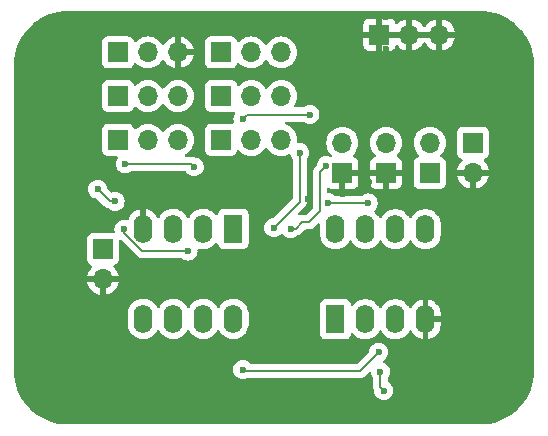
<source format=gbr>
%TF.GenerationSoftware,KiCad,Pcbnew,8.0.6*%
%TF.CreationDate,2025-01-05T16:10:26-06:00*%
%TF.ProjectId,wien + distortion,7769656e-202b-4206-9469-73746f727469,rev?*%
%TF.SameCoordinates,Original*%
%TF.FileFunction,Copper,L2,Bot*%
%TF.FilePolarity,Positive*%
%FSLAX46Y46*%
G04 Gerber Fmt 4.6, Leading zero omitted, Abs format (unit mm)*
G04 Created by KiCad (PCBNEW 8.0.6) date 2025-01-05 16:10:26*
%MOMM*%
%LPD*%
G01*
G04 APERTURE LIST*
%TA.AperFunction,ComponentPad*%
%ADD10R,1.700000X1.700000*%
%TD*%
%TA.AperFunction,ComponentPad*%
%ADD11O,1.700000X1.700000*%
%TD*%
%TA.AperFunction,ComponentPad*%
%ADD12R,1.600000X2.400000*%
%TD*%
%TA.AperFunction,ComponentPad*%
%ADD13O,1.600000X2.400000*%
%TD*%
%TA.AperFunction,ViaPad*%
%ADD14C,0.600000*%
%TD*%
%TA.AperFunction,Conductor*%
%ADD15C,0.200000*%
%TD*%
G04 APERTURE END LIST*
D10*
%TO.P,J2,1,Pin_1*%
%TO.N,GND*%
X80280000Y-89195000D03*
D11*
%TO.P,J2,2,Pin_2*%
%TO.N,Net-(J2-Pin_2)*%
X80280000Y-86655000D03*
%TD*%
D10*
%TO.P,RV2,1,1*%
%TO.N,Net-(D1-K)*%
X61275000Y-79000000D03*
D11*
%TO.P,RV2,2,2*%
%TO.N,Net-(J2-Pin_2)*%
X63815000Y-79000000D03*
%TO.P,RV2,3,3*%
%TO.N,GND*%
X66355000Y-79000000D03*
%TD*%
D10*
%TO.P,RV5,1,1*%
%TO.N,Net-(C8-Pad1)*%
X70015000Y-79000000D03*
D11*
%TO.P,RV5,2,2*%
X72555000Y-79000000D03*
%TO.P,RV5,3,3*%
%TO.N,Net-(R13-Pad2)*%
X75095000Y-79000000D03*
%TD*%
D10*
%TO.P,GND,1,Pin_1*%
%TO.N,GND*%
X83420000Y-77500000D03*
D11*
%TO.P,GND,2,Pin_2*%
X85960000Y-77500000D03*
%TO.P,GND,3,Pin_3*%
X88500000Y-77500000D03*
%TD*%
D10*
%TO.P,BT1,1,+*%
%TO.N,Net-(BT1-+)*%
X91350000Y-86645000D03*
D11*
%TO.P,BT1,2,-*%
%TO.N,GND*%
X91350000Y-89185000D03*
%TD*%
D10*
%TO.P,RV1,1,1*%
%TO.N,Net-(R1-Pad2)*%
X61275000Y-82700000D03*
D11*
%TO.P,RV1,2,2*%
X63815000Y-82700000D03*
%TO.P,RV1,3,3*%
%TO.N,Net-(D1-K)*%
X66355000Y-82700000D03*
%TD*%
D10*
%TO.P,J1,1,Pin_1*%
%TO.N,Net-(J1-Pin_1)*%
X60000000Y-95660000D03*
D11*
%TO.P,J1,2,Pin_2*%
%TO.N,GND*%
X60000000Y-98200000D03*
%TD*%
D12*
%TO.P,U1,1*%
%TO.N,Net-(C2-Pad1)*%
X71040000Y-93945000D03*
D13*
%TO.P,U1,2,-*%
%TO.N,Net-(U1A--)*%
X68500000Y-93945000D03*
%TO.P,U1,3,+*%
%TO.N,BiasVoltage*%
X65960000Y-93945000D03*
%TO.P,U1,4,V-*%
%TO.N,GND*%
X63420000Y-93945000D03*
%TO.P,U1,5,+*%
%TO.N,Net-(U1B-+)*%
X63420000Y-101565000D03*
%TO.P,U1,6,-*%
%TO.N,Net-(D3-K)*%
X65960000Y-101565000D03*
%TO.P,U1,7*%
%TO.N,Net-(C5-Pad1)*%
X68500000Y-101565000D03*
%TO.P,U1,8,V+*%
%TO.N,+9V*%
X71040000Y-101565000D03*
%TD*%
D10*
%TO.P,DualPot1,1,1*%
%TO.N,Net-(DualPot1-Pad1)*%
X70030000Y-82700000D03*
D11*
%TO.P,DualPot1,2,2*%
X72570000Y-82700000D03*
%TO.P,DualPot1,3,3*%
%TO.N,BiasVoltage*%
X75110000Y-82700000D03*
%TD*%
D12*
%TO.P,U2,1*%
%TO.N,Net-(C8-Pad1)*%
X79700000Y-101595000D03*
D13*
%TO.P,U2,2,-*%
%TO.N,Net-(U2A--)*%
X82240000Y-101595000D03*
%TO.P,U2,3,+*%
%TO.N,BiasVoltage*%
X84780000Y-101595000D03*
%TO.P,U2,4,V-*%
%TO.N,GND*%
X87320000Y-101595000D03*
%TO.P,U2,5,+*%
%TO.N,Net-(U2B-+)*%
X87320000Y-93975000D03*
%TO.P,U2,6,-*%
%TO.N,BiasVoltage*%
X84780000Y-93975000D03*
%TO.P,U2,7*%
X82240000Y-93975000D03*
%TO.P,U2,8,V+*%
%TO.N,+9V*%
X79700000Y-93975000D03*
%TD*%
D10*
%TO.P,J5,1,Pin_1*%
%TO.N,GND*%
X83980000Y-89195000D03*
D11*
%TO.P,J5,2,Pin_2*%
%TO.N,Net-(J5-Pin_2)*%
X83980000Y-86655000D03*
%TD*%
D10*
%TO.P,RV4,1,1*%
%TO.N,Net-(R8-Pad2)*%
X70015000Y-86400000D03*
D11*
%TO.P,RV4,2,2*%
X72555000Y-86400000D03*
%TO.P,RV4,3,3*%
%TO.N,Net-(C5-Pad2)*%
X75095000Y-86400000D03*
%TD*%
D10*
%TO.P,RV3,1,1*%
%TO.N,Net-(R3-Pad2)*%
X61275000Y-86400000D03*
D11*
%TO.P,RV3,2,2*%
X63815000Y-86400000D03*
%TO.P,RV3,3,3*%
%TO.N,Net-(C2-Pad1)*%
X66355000Y-86400000D03*
%TD*%
D10*
%TO.P,J4,1,Pin_1*%
%TO.N,+9V*%
X87680000Y-89195000D03*
D11*
%TO.P,J4,2,Pin_2*%
%TO.N,Net-(BT1-+)*%
X87680000Y-86655000D03*
%TD*%
D14*
%TO.N,GND*%
X77400000Y-91400000D03*
X74400000Y-91300000D03*
X72400000Y-88700000D03*
X70900000Y-88700000D03*
%TO.N,Net-(C2-Pad1)*%
X59560000Y-90580000D03*
X61050000Y-91620000D03*
X61790000Y-93980000D03*
X67220000Y-95820000D03*
%TO.N,GND*%
X91290000Y-96240000D03*
X87240000Y-99410000D03*
X54500000Y-95500000D03*
X90500000Y-97500000D03*
X92460000Y-95030000D03*
X53500000Y-94500000D03*
X55500000Y-95500000D03*
X90500000Y-99500000D03*
X54500000Y-94500000D03*
X90750000Y-77500000D03*
X91500000Y-97500000D03*
X54500000Y-96500000D03*
X82000000Y-76000000D03*
X92500000Y-97500000D03*
X89700000Y-96270000D03*
X93180000Y-89490000D03*
X55500000Y-91500000D03*
X62620000Y-98100000D03*
X55500000Y-96500000D03*
X84000000Y-91110000D03*
X89460000Y-90260000D03*
X82500000Y-90000000D03*
X92500000Y-98500000D03*
X91500000Y-99500000D03*
X55500000Y-92500000D03*
X89500000Y-98500000D03*
X91500000Y-98500000D03*
X53500000Y-95500000D03*
X84000000Y-78750000D03*
X68140000Y-78950000D03*
X53500000Y-93500000D03*
X90500000Y-98500000D03*
X54500000Y-92500000D03*
X87300000Y-103940000D03*
X80339265Y-90990735D03*
X55500000Y-93500000D03*
X58300000Y-98220000D03*
X53500000Y-96500000D03*
X53500000Y-92500000D03*
X54500000Y-93500000D03*
X63410000Y-91860000D03*
X55500000Y-94500000D03*
X89500000Y-101560000D03*
X53500000Y-91500000D03*
X89500000Y-97500000D03*
X84000000Y-76000000D03*
X67940000Y-80210000D03*
X89500000Y-99500000D03*
X54500000Y-91500000D03*
X92500000Y-99500000D03*
%TO.N,Net-(U1B-+)*%
X78929998Y-88600000D03*
X75900000Y-93920000D03*
%TO.N,+9V*%
X82470000Y-91750000D03*
X79030000Y-91720000D03*
%TO.N,BiasVoltage*%
X74470000Y-93850000D03*
X76680000Y-87494270D03*
%TO.N,Net-(R8-Pad2)*%
X71850000Y-84650000D03*
X77540000Y-84260000D03*
%TO.N,Net-(U2A--)*%
X83350000Y-104390000D03*
X71840000Y-105850000D03*
%TO.N,Net-(R13-Pad2)*%
X83510000Y-106020000D03*
X83780000Y-107630000D03*
%TO.N,Net-(R3-Pad2)*%
X67740000Y-88690000D03*
X61910000Y-88430000D03*
%TD*%
D15*
%TO.N,Net-(U1B-+)*%
X76330000Y-93920000D02*
X75900000Y-93920000D01*
X77470000Y-93360000D02*
X76890000Y-93360000D01*
X78370000Y-89159998D02*
X78370000Y-92460000D01*
X78929998Y-88600000D02*
X78370000Y-89159998D01*
X78370000Y-92460000D02*
X77470000Y-93360000D01*
X76890000Y-93360000D02*
X76330000Y-93920000D01*
%TO.N,Net-(C2-Pad1)*%
X61050000Y-91620000D02*
X60600000Y-91620000D01*
X67220000Y-95820000D02*
X63339365Y-95820000D01*
X61790000Y-94270635D02*
X61790000Y-93980000D01*
X63339365Y-95820000D02*
X61790000Y-94270635D01*
X60600000Y-91620000D02*
X59560000Y-90580000D01*
%TO.N,+9V*%
X82470000Y-91750000D02*
X79060000Y-91750000D01*
X79060000Y-91750000D02*
X79030000Y-91720000D01*
%TO.N,BiasVoltage*%
X76680000Y-87494270D02*
X76680000Y-91640000D01*
X76680000Y-91640000D02*
X74470000Y-93850000D01*
%TO.N,Net-(R8-Pad2)*%
X72240000Y-84260000D02*
X71850000Y-84650000D01*
X77540000Y-84260000D02*
X72240000Y-84260000D01*
%TO.N,Net-(U2A--)*%
X71840000Y-105850000D02*
X71980000Y-105990000D01*
X81750000Y-105990000D02*
X83350000Y-104390000D01*
X71980000Y-105990000D02*
X81750000Y-105990000D01*
%TO.N,Net-(R13-Pad2)*%
X83510000Y-107360000D02*
X83780000Y-107630000D01*
X83510000Y-106020000D02*
X83510000Y-107360000D01*
%TO.N,Net-(R3-Pad2)*%
X61910000Y-88430000D02*
X67480000Y-88430000D01*
X67480000Y-88430000D02*
X67740000Y-88690000D01*
%TD*%
%TA.AperFunction,Conductor*%
%TO.N,GND*%
G36*
X85494075Y-77307007D02*
G01*
X85460000Y-77434174D01*
X85460000Y-77565826D01*
X85494075Y-77692993D01*
X85526988Y-77750000D01*
X83853012Y-77750000D01*
X83885925Y-77692993D01*
X83920000Y-77565826D01*
X83920000Y-77434174D01*
X83885925Y-77307007D01*
X83853012Y-77250000D01*
X85526988Y-77250000D01*
X85494075Y-77307007D01*
G37*
%TD.AperFunction*%
%TA.AperFunction,Conductor*%
G36*
X88034075Y-77307007D02*
G01*
X88000000Y-77434174D01*
X88000000Y-77565826D01*
X88034075Y-77692993D01*
X88066988Y-77750000D01*
X86393012Y-77750000D01*
X86425925Y-77692993D01*
X86460000Y-77565826D01*
X86460000Y-77434174D01*
X86425925Y-77307007D01*
X86393012Y-77250000D01*
X88066988Y-77250000D01*
X88034075Y-77307007D01*
G37*
%TD.AperFunction*%
%TA.AperFunction,Conductor*%
G36*
X92002702Y-75500617D02*
G01*
X92386771Y-75517386D01*
X92397506Y-75518326D01*
X92775971Y-75568152D01*
X92786597Y-75570025D01*
X93159284Y-75652648D01*
X93169710Y-75655442D01*
X93533765Y-75770227D01*
X93543911Y-75773920D01*
X93896578Y-75920000D01*
X93906369Y-75924566D01*
X94244942Y-76100816D01*
X94254310Y-76106224D01*
X94576244Y-76311318D01*
X94585105Y-76317523D01*
X94887930Y-76549889D01*
X94896217Y-76556843D01*
X95177635Y-76814715D01*
X95185284Y-76822364D01*
X95443156Y-77103782D01*
X95450110Y-77112069D01*
X95682476Y-77414894D01*
X95688681Y-77423755D01*
X95893775Y-77745689D01*
X95899183Y-77755057D01*
X96075430Y-78093623D01*
X96080002Y-78103427D01*
X96226075Y-78456078D01*
X96229775Y-78466244D01*
X96344554Y-78830278D01*
X96347354Y-78840727D01*
X96429971Y-79213389D01*
X96431849Y-79224042D01*
X96481671Y-79602473D01*
X96482614Y-79613249D01*
X96489567Y-79772498D01*
X96495351Y-79904984D01*
X96499382Y-79997297D01*
X96499500Y-80002706D01*
X96499500Y-105997293D01*
X96499382Y-106002702D01*
X96482614Y-106386750D01*
X96481671Y-106397526D01*
X96431849Y-106775957D01*
X96429971Y-106786610D01*
X96347354Y-107159272D01*
X96344554Y-107169721D01*
X96229775Y-107533755D01*
X96226075Y-107543921D01*
X96080002Y-107896572D01*
X96075430Y-107906376D01*
X95899183Y-108244942D01*
X95893775Y-108254310D01*
X95688681Y-108576244D01*
X95682476Y-108585105D01*
X95450110Y-108887930D01*
X95443156Y-108896217D01*
X95185284Y-109177635D01*
X95177635Y-109185284D01*
X94896217Y-109443156D01*
X94887930Y-109450110D01*
X94585105Y-109682476D01*
X94576244Y-109688681D01*
X94254310Y-109893775D01*
X94244942Y-109899183D01*
X93906376Y-110075430D01*
X93896572Y-110080002D01*
X93543921Y-110226075D01*
X93533755Y-110229775D01*
X93169721Y-110344554D01*
X93159272Y-110347354D01*
X92786610Y-110429971D01*
X92775957Y-110431849D01*
X92397526Y-110481671D01*
X92386750Y-110482614D01*
X92002703Y-110499382D01*
X91997294Y-110499500D01*
X57002706Y-110499500D01*
X56997297Y-110499382D01*
X56613249Y-110482614D01*
X56602473Y-110481671D01*
X56224042Y-110431849D01*
X56213389Y-110429971D01*
X55840727Y-110347354D01*
X55830278Y-110344554D01*
X55466244Y-110229775D01*
X55456078Y-110226075D01*
X55103427Y-110080002D01*
X55093623Y-110075430D01*
X54755057Y-109899183D01*
X54745689Y-109893775D01*
X54423755Y-109688681D01*
X54414894Y-109682476D01*
X54112069Y-109450110D01*
X54103782Y-109443156D01*
X53822364Y-109185284D01*
X53814715Y-109177635D01*
X53556843Y-108896217D01*
X53549889Y-108887930D01*
X53317523Y-108585105D01*
X53311318Y-108576244D01*
X53106224Y-108254310D01*
X53100816Y-108244942D01*
X52924569Y-107906376D01*
X52919997Y-107896572D01*
X52811316Y-107634192D01*
X52773920Y-107543911D01*
X52770224Y-107533755D01*
X52744053Y-107450750D01*
X52655442Y-107169710D01*
X52652648Y-107159284D01*
X52570025Y-106786597D01*
X52568152Y-106775971D01*
X52518326Y-106397506D01*
X52517386Y-106386771D01*
X52500618Y-106002702D01*
X52500500Y-105997293D01*
X52500500Y-105849996D01*
X71034435Y-105849996D01*
X71034435Y-105850003D01*
X71054630Y-106029249D01*
X71054631Y-106029254D01*
X71114211Y-106199523D01*
X71131792Y-106227502D01*
X71210184Y-106352262D01*
X71337738Y-106479816D01*
X71490478Y-106575789D01*
X71660742Y-106635367D01*
X71660745Y-106635368D01*
X71660750Y-106635369D01*
X71839996Y-106655565D01*
X71840000Y-106655565D01*
X71840004Y-106655565D01*
X72019246Y-106635369D01*
X72019245Y-106635369D01*
X72019255Y-106635368D01*
X72127592Y-106597458D01*
X72168547Y-106590500D01*
X81663331Y-106590500D01*
X81663347Y-106590501D01*
X81670943Y-106590501D01*
X81829054Y-106590501D01*
X81829057Y-106590501D01*
X81981785Y-106549577D01*
X82031904Y-106520639D01*
X82118716Y-106470520D01*
X82230520Y-106358716D01*
X82230520Y-106358714D01*
X82240728Y-106348507D01*
X82240730Y-106348504D01*
X82508673Y-106080560D01*
X82569994Y-106047077D01*
X82639686Y-106052061D01*
X82695619Y-106093933D01*
X82719572Y-106154357D01*
X82724631Y-106199251D01*
X82724631Y-106199254D01*
X82784211Y-106369523D01*
X82801807Y-106397526D01*
X82879164Y-106520639D01*
X82880185Y-106522263D01*
X82882445Y-106525097D01*
X82883334Y-106527275D01*
X82883889Y-106528158D01*
X82883734Y-106528255D01*
X82908855Y-106589783D01*
X82909500Y-106602412D01*
X82909500Y-107273330D01*
X82909499Y-107273348D01*
X82909499Y-107439054D01*
X82909498Y-107439054D01*
X82909499Y-107439057D01*
X82950423Y-107591785D01*
X82961970Y-107611784D01*
X82977803Y-107659901D01*
X82994630Y-107809249D01*
X83054210Y-107979521D01*
X83150184Y-108132262D01*
X83277738Y-108259816D01*
X83430478Y-108355789D01*
X83600745Y-108415368D01*
X83600750Y-108415369D01*
X83779996Y-108435565D01*
X83780000Y-108435565D01*
X83780004Y-108435565D01*
X83959249Y-108415369D01*
X83959252Y-108415368D01*
X83959255Y-108415368D01*
X84129522Y-108355789D01*
X84282262Y-108259816D01*
X84409816Y-108132262D01*
X84505789Y-107979522D01*
X84565368Y-107809255D01*
X84585565Y-107630000D01*
X84581259Y-107591785D01*
X84565369Y-107450750D01*
X84565368Y-107450745D01*
X84561277Y-107439054D01*
X84505789Y-107280478D01*
X84409816Y-107127738D01*
X84282262Y-107000184D01*
X84168528Y-106928720D01*
X84122237Y-106876385D01*
X84110500Y-106823726D01*
X84110500Y-106602412D01*
X84130185Y-106535373D01*
X84137555Y-106525097D01*
X84139810Y-106522267D01*
X84139816Y-106522262D01*
X84235789Y-106369522D01*
X84295368Y-106199255D01*
X84295368Y-106199252D01*
X84295369Y-106199249D01*
X84315565Y-106020003D01*
X84315565Y-106019996D01*
X84295369Y-105840750D01*
X84295368Y-105840745D01*
X84235788Y-105670476D01*
X84139815Y-105517737D01*
X84012262Y-105390184D01*
X83859519Y-105294209D01*
X83817404Y-105279472D01*
X83760628Y-105238750D01*
X83734881Y-105173798D01*
X83748338Y-105105236D01*
X83792387Y-105057437D01*
X83852262Y-105019816D01*
X83979816Y-104892262D01*
X84075789Y-104739522D01*
X84135368Y-104569255D01*
X84155565Y-104390000D01*
X84152419Y-104362081D01*
X84135369Y-104210750D01*
X84135368Y-104210745D01*
X84075788Y-104040476D01*
X83979815Y-103887737D01*
X83852262Y-103760184D01*
X83699523Y-103664211D01*
X83529254Y-103604631D01*
X83529249Y-103604630D01*
X83350004Y-103584435D01*
X83349996Y-103584435D01*
X83170750Y-103604630D01*
X83170745Y-103604631D01*
X83000476Y-103664211D01*
X82847737Y-103760184D01*
X82720184Y-103887737D01*
X82624210Y-104040478D01*
X82564630Y-104210750D01*
X82554837Y-104297667D01*
X82527770Y-104362081D01*
X82519298Y-104371464D01*
X81537584Y-105353181D01*
X81476261Y-105386666D01*
X81449903Y-105389500D01*
X72562835Y-105389500D01*
X72495796Y-105369815D01*
X72475714Y-105351687D01*
X72474740Y-105352662D01*
X72342262Y-105220184D01*
X72189523Y-105124211D01*
X72019254Y-105064631D01*
X72019249Y-105064630D01*
X71840004Y-105044435D01*
X71839996Y-105044435D01*
X71660750Y-105064630D01*
X71660745Y-105064631D01*
X71490476Y-105124211D01*
X71337737Y-105220184D01*
X71210184Y-105347737D01*
X71114211Y-105500476D01*
X71054631Y-105670745D01*
X71054630Y-105670750D01*
X71034435Y-105849996D01*
X52500500Y-105849996D01*
X52500500Y-101062648D01*
X62119500Y-101062648D01*
X62119500Y-102067351D01*
X62151522Y-102269534D01*
X62214781Y-102464223D01*
X62307715Y-102646613D01*
X62428028Y-102812213D01*
X62572786Y-102956971D01*
X62683400Y-103037335D01*
X62738390Y-103077287D01*
X62854607Y-103136503D01*
X62920776Y-103170218D01*
X62920778Y-103170218D01*
X62920781Y-103170220D01*
X63025137Y-103204127D01*
X63115465Y-103233477D01*
X63216557Y-103249488D01*
X63317648Y-103265500D01*
X63317649Y-103265500D01*
X63522351Y-103265500D01*
X63522352Y-103265500D01*
X63724534Y-103233477D01*
X63919219Y-103170220D01*
X64101610Y-103077287D01*
X64194590Y-103009732D01*
X64267213Y-102956971D01*
X64267215Y-102956968D01*
X64267219Y-102956966D01*
X64411966Y-102812219D01*
X64411968Y-102812215D01*
X64411971Y-102812213D01*
X64532284Y-102646614D01*
X64532285Y-102646613D01*
X64532287Y-102646610D01*
X64579516Y-102553917D01*
X64627489Y-102503123D01*
X64695310Y-102486328D01*
X64761445Y-102508865D01*
X64800483Y-102553917D01*
X64844348Y-102640006D01*
X64847715Y-102646614D01*
X64968028Y-102812213D01*
X65112786Y-102956971D01*
X65223400Y-103037335D01*
X65278390Y-103077287D01*
X65394607Y-103136503D01*
X65460776Y-103170218D01*
X65460778Y-103170218D01*
X65460781Y-103170220D01*
X65565137Y-103204127D01*
X65655465Y-103233477D01*
X65756557Y-103249488D01*
X65857648Y-103265500D01*
X65857649Y-103265500D01*
X66062351Y-103265500D01*
X66062352Y-103265500D01*
X66264534Y-103233477D01*
X66459219Y-103170220D01*
X66641610Y-103077287D01*
X66734590Y-103009732D01*
X66807213Y-102956971D01*
X66807215Y-102956968D01*
X66807219Y-102956966D01*
X66951966Y-102812219D01*
X66951968Y-102812215D01*
X66951971Y-102812213D01*
X67072284Y-102646614D01*
X67072285Y-102646613D01*
X67072287Y-102646610D01*
X67119516Y-102553917D01*
X67167489Y-102503123D01*
X67235310Y-102486328D01*
X67301445Y-102508865D01*
X67340483Y-102553917D01*
X67384348Y-102640006D01*
X67387715Y-102646614D01*
X67508028Y-102812213D01*
X67652786Y-102956971D01*
X67763400Y-103037335D01*
X67818390Y-103077287D01*
X67934607Y-103136503D01*
X68000776Y-103170218D01*
X68000778Y-103170218D01*
X68000781Y-103170220D01*
X68105137Y-103204127D01*
X68195465Y-103233477D01*
X68296557Y-103249488D01*
X68397648Y-103265500D01*
X68397649Y-103265500D01*
X68602351Y-103265500D01*
X68602352Y-103265500D01*
X68804534Y-103233477D01*
X68999219Y-103170220D01*
X69181610Y-103077287D01*
X69274590Y-103009732D01*
X69347213Y-102956971D01*
X69347215Y-102956968D01*
X69347219Y-102956966D01*
X69491966Y-102812219D01*
X69491968Y-102812215D01*
X69491971Y-102812213D01*
X69612284Y-102646614D01*
X69612285Y-102646613D01*
X69612287Y-102646610D01*
X69659516Y-102553917D01*
X69707489Y-102503123D01*
X69775310Y-102486328D01*
X69841445Y-102508865D01*
X69880483Y-102553917D01*
X69924348Y-102640006D01*
X69927715Y-102646614D01*
X70048028Y-102812213D01*
X70192786Y-102956971D01*
X70303400Y-103037335D01*
X70358390Y-103077287D01*
X70474607Y-103136503D01*
X70540776Y-103170218D01*
X70540778Y-103170218D01*
X70540781Y-103170220D01*
X70645137Y-103204127D01*
X70735465Y-103233477D01*
X70836557Y-103249488D01*
X70937648Y-103265500D01*
X70937649Y-103265500D01*
X71142351Y-103265500D01*
X71142352Y-103265500D01*
X71344534Y-103233477D01*
X71539219Y-103170220D01*
X71721610Y-103077287D01*
X71814590Y-103009732D01*
X71887213Y-102956971D01*
X71887215Y-102956968D01*
X71887219Y-102956966D01*
X72031966Y-102812219D01*
X72031968Y-102812215D01*
X72031971Y-102812213D01*
X72084732Y-102739590D01*
X72152287Y-102646610D01*
X72245220Y-102464219D01*
X72308477Y-102269534D01*
X72340500Y-102067352D01*
X72340500Y-101062648D01*
X72308477Y-100860466D01*
X72245220Y-100665781D01*
X72245218Y-100665778D01*
X72245218Y-100665776D01*
X72167705Y-100513650D01*
X72152287Y-100483390D01*
X72091780Y-100400108D01*
X72053294Y-100347135D01*
X78399500Y-100347135D01*
X78399500Y-102842870D01*
X78399501Y-102842876D01*
X78405908Y-102902483D01*
X78456202Y-103037328D01*
X78456206Y-103037335D01*
X78542452Y-103152544D01*
X78542455Y-103152547D01*
X78657664Y-103238793D01*
X78657671Y-103238797D01*
X78792517Y-103289091D01*
X78792516Y-103289091D01*
X78799444Y-103289835D01*
X78852127Y-103295500D01*
X80547872Y-103295499D01*
X80607483Y-103289091D01*
X80742331Y-103238796D01*
X80857546Y-103152546D01*
X80943796Y-103037331D01*
X80994091Y-102902483D01*
X80998061Y-102865556D01*
X81024796Y-102801011D01*
X81082188Y-102761161D01*
X81152013Y-102758666D01*
X81212102Y-102794317D01*
X81221667Y-102805929D01*
X81248032Y-102842217D01*
X81392786Y-102986971D01*
X81517094Y-103077284D01*
X81558390Y-103107287D01*
X81647212Y-103152544D01*
X81740776Y-103200218D01*
X81740778Y-103200218D01*
X81740781Y-103200220D01*
X81843136Y-103233477D01*
X81935465Y-103263477D01*
X82036557Y-103279488D01*
X82137648Y-103295500D01*
X82137649Y-103295500D01*
X82342351Y-103295500D01*
X82342352Y-103295500D01*
X82544534Y-103263477D01*
X82739219Y-103200220D01*
X82921610Y-103107287D01*
X83017901Y-103037328D01*
X83087213Y-102986971D01*
X83087215Y-102986968D01*
X83087219Y-102986966D01*
X83231966Y-102842219D01*
X83231968Y-102842215D01*
X83231971Y-102842213D01*
X83352284Y-102676614D01*
X83352283Y-102676614D01*
X83352287Y-102676610D01*
X83399516Y-102583917D01*
X83447489Y-102533123D01*
X83515310Y-102516328D01*
X83581445Y-102538865D01*
X83620485Y-102583919D01*
X83667715Y-102676614D01*
X83788028Y-102842213D01*
X83932786Y-102986971D01*
X84057094Y-103077284D01*
X84098390Y-103107287D01*
X84187212Y-103152544D01*
X84280776Y-103200218D01*
X84280778Y-103200218D01*
X84280781Y-103200220D01*
X84383136Y-103233477D01*
X84475465Y-103263477D01*
X84576557Y-103279488D01*
X84677648Y-103295500D01*
X84677649Y-103295500D01*
X84882351Y-103295500D01*
X84882352Y-103295500D01*
X85084534Y-103263477D01*
X85279219Y-103200220D01*
X85461610Y-103107287D01*
X85557901Y-103037328D01*
X85627213Y-102986971D01*
X85627215Y-102986968D01*
X85627219Y-102986966D01*
X85771966Y-102842219D01*
X85771968Y-102842215D01*
X85771971Y-102842213D01*
X85892284Y-102676614D01*
X85892283Y-102676614D01*
X85892287Y-102676610D01*
X85939795Y-102583369D01*
X85987770Y-102532574D01*
X86055591Y-102515779D01*
X86121725Y-102538316D01*
X86160765Y-102583370D01*
X86208140Y-102676349D01*
X86328417Y-102841894D01*
X86328417Y-102841895D01*
X86473104Y-102986582D01*
X86638650Y-103106859D01*
X86820968Y-103199754D01*
X87015578Y-103262988D01*
X87070000Y-103271607D01*
X87070000Y-101910686D01*
X87074394Y-101915080D01*
X87165606Y-101967741D01*
X87267339Y-101995000D01*
X87372661Y-101995000D01*
X87474394Y-101967741D01*
X87565606Y-101915080D01*
X87570000Y-101910686D01*
X87570000Y-103271606D01*
X87624421Y-103262988D01*
X87819031Y-103199754D01*
X88001349Y-103106859D01*
X88166894Y-102986582D01*
X88166895Y-102986582D01*
X88311582Y-102841895D01*
X88311582Y-102841894D01*
X88431859Y-102676349D01*
X88524755Y-102494031D01*
X88587990Y-102299417D01*
X88620000Y-102097317D01*
X88620000Y-101845000D01*
X87635686Y-101845000D01*
X87640080Y-101840606D01*
X87692741Y-101749394D01*
X87720000Y-101647661D01*
X87720000Y-101542339D01*
X87692741Y-101440606D01*
X87640080Y-101349394D01*
X87635686Y-101345000D01*
X88620000Y-101345000D01*
X88620000Y-101092682D01*
X88587990Y-100890582D01*
X88524755Y-100695968D01*
X88431859Y-100513650D01*
X88311582Y-100348105D01*
X88311582Y-100348104D01*
X88166895Y-100203417D01*
X88001349Y-100083140D01*
X87819029Y-99990244D01*
X87624413Y-99927009D01*
X87570000Y-99918390D01*
X87570000Y-101279314D01*
X87565606Y-101274920D01*
X87474394Y-101222259D01*
X87372661Y-101195000D01*
X87267339Y-101195000D01*
X87165606Y-101222259D01*
X87074394Y-101274920D01*
X87070000Y-101279314D01*
X87070000Y-99918390D01*
X87015586Y-99927009D01*
X86820970Y-99990244D01*
X86638650Y-100083140D01*
X86473105Y-100203417D01*
X86473104Y-100203417D01*
X86328417Y-100348104D01*
X86328417Y-100348105D01*
X86208140Y-100513650D01*
X86160765Y-100606629D01*
X86112790Y-100657425D01*
X86044969Y-100674220D01*
X85978834Y-100651682D01*
X85939795Y-100606629D01*
X85892419Y-100513650D01*
X85892287Y-100513390D01*
X85870488Y-100483386D01*
X85771971Y-100347786D01*
X85627213Y-100203028D01*
X85461613Y-100082715D01*
X85461612Y-100082714D01*
X85461610Y-100082713D01*
X85402732Y-100052713D01*
X85279223Y-99989781D01*
X85084534Y-99926522D01*
X84909995Y-99898878D01*
X84882352Y-99894500D01*
X84677648Y-99894500D01*
X84653329Y-99898351D01*
X84475465Y-99926522D01*
X84280776Y-99989781D01*
X84098386Y-100082715D01*
X83932786Y-100203028D01*
X83788028Y-100347786D01*
X83667715Y-100513386D01*
X83620485Y-100606080D01*
X83572510Y-100656876D01*
X83504689Y-100673671D01*
X83438554Y-100651134D01*
X83399515Y-100606080D01*
X83352419Y-100513650D01*
X83352287Y-100513390D01*
X83330488Y-100483386D01*
X83231971Y-100347786D01*
X83087213Y-100203028D01*
X82921613Y-100082715D01*
X82921612Y-100082714D01*
X82921610Y-100082713D01*
X82862732Y-100052713D01*
X82739223Y-99989781D01*
X82544534Y-99926522D01*
X82369995Y-99898878D01*
X82342352Y-99894500D01*
X82137648Y-99894500D01*
X82113329Y-99898351D01*
X81935465Y-99926522D01*
X81740776Y-99989781D01*
X81558386Y-100082715D01*
X81392786Y-100203028D01*
X81248032Y-100347782D01*
X81221668Y-100384070D01*
X81166338Y-100426735D01*
X81096724Y-100432714D01*
X81034929Y-100400108D01*
X81000572Y-100339269D01*
X80998060Y-100324438D01*
X80997344Y-100317781D01*
X80994091Y-100287517D01*
X80951392Y-100173034D01*
X80943797Y-100152671D01*
X80943793Y-100152664D01*
X80857547Y-100037455D01*
X80857544Y-100037452D01*
X80742335Y-99951206D01*
X80742328Y-99951202D01*
X80607482Y-99900908D01*
X80607483Y-99900908D01*
X80547883Y-99894501D01*
X80547881Y-99894500D01*
X80547873Y-99894500D01*
X80547864Y-99894500D01*
X78852129Y-99894500D01*
X78852123Y-99894501D01*
X78792516Y-99900908D01*
X78657671Y-99951202D01*
X78657664Y-99951206D01*
X78542455Y-100037452D01*
X78542452Y-100037455D01*
X78456206Y-100152664D01*
X78456202Y-100152671D01*
X78405908Y-100287517D01*
X78399501Y-100347116D01*
X78399500Y-100347135D01*
X72053294Y-100347135D01*
X72031971Y-100317786D01*
X71887213Y-100173028D01*
X71721613Y-100052715D01*
X71721612Y-100052714D01*
X71721610Y-100052713D01*
X71664653Y-100023691D01*
X71539223Y-99959781D01*
X71344534Y-99896522D01*
X71169995Y-99868878D01*
X71142352Y-99864500D01*
X70937648Y-99864500D01*
X70913329Y-99868351D01*
X70735465Y-99896522D01*
X70540776Y-99959781D01*
X70358386Y-100052715D01*
X70192786Y-100173028D01*
X70048028Y-100317786D01*
X69927715Y-100483386D01*
X69880485Y-100576080D01*
X69832510Y-100626876D01*
X69764689Y-100643671D01*
X69698554Y-100621134D01*
X69659515Y-100576080D01*
X69627705Y-100513650D01*
X69612287Y-100483390D01*
X69551780Y-100400108D01*
X69491971Y-100317786D01*
X69347213Y-100173028D01*
X69181613Y-100052715D01*
X69181612Y-100052714D01*
X69181610Y-100052713D01*
X69124653Y-100023691D01*
X68999223Y-99959781D01*
X68804534Y-99896522D01*
X68629995Y-99868878D01*
X68602352Y-99864500D01*
X68397648Y-99864500D01*
X68373329Y-99868351D01*
X68195465Y-99896522D01*
X68000776Y-99959781D01*
X67818386Y-100052715D01*
X67652786Y-100173028D01*
X67508028Y-100317786D01*
X67387715Y-100483386D01*
X67340485Y-100576080D01*
X67292510Y-100626876D01*
X67224689Y-100643671D01*
X67158554Y-100621134D01*
X67119515Y-100576080D01*
X67087705Y-100513650D01*
X67072287Y-100483390D01*
X67011780Y-100400108D01*
X66951971Y-100317786D01*
X66807213Y-100173028D01*
X66641613Y-100052715D01*
X66641612Y-100052714D01*
X66641610Y-100052713D01*
X66584653Y-100023691D01*
X66459223Y-99959781D01*
X66264534Y-99896522D01*
X66089995Y-99868878D01*
X66062352Y-99864500D01*
X65857648Y-99864500D01*
X65833329Y-99868351D01*
X65655465Y-99896522D01*
X65460776Y-99959781D01*
X65278386Y-100052715D01*
X65112786Y-100173028D01*
X64968028Y-100317786D01*
X64847715Y-100483386D01*
X64800485Y-100576080D01*
X64752510Y-100626876D01*
X64684689Y-100643671D01*
X64618554Y-100621134D01*
X64579515Y-100576080D01*
X64547705Y-100513650D01*
X64532287Y-100483390D01*
X64471780Y-100400108D01*
X64411971Y-100317786D01*
X64267213Y-100173028D01*
X64101613Y-100052715D01*
X64101612Y-100052714D01*
X64101610Y-100052713D01*
X64044653Y-100023691D01*
X63919223Y-99959781D01*
X63724534Y-99896522D01*
X63549995Y-99868878D01*
X63522352Y-99864500D01*
X63317648Y-99864500D01*
X63293329Y-99868351D01*
X63115465Y-99896522D01*
X62920776Y-99959781D01*
X62738386Y-100052715D01*
X62572786Y-100173028D01*
X62428028Y-100317786D01*
X62307715Y-100483386D01*
X62214781Y-100665776D01*
X62151522Y-100860465D01*
X62119500Y-101062648D01*
X52500500Y-101062648D01*
X52500500Y-94762135D01*
X58649500Y-94762135D01*
X58649500Y-96557870D01*
X58649501Y-96557876D01*
X58655908Y-96617483D01*
X58706202Y-96752328D01*
X58706206Y-96752335D01*
X58792452Y-96867544D01*
X58792455Y-96867547D01*
X58907664Y-96953793D01*
X58907671Y-96953797D01*
X58907674Y-96953798D01*
X59039598Y-97003002D01*
X59095531Y-97044873D01*
X59119949Y-97110337D01*
X59105098Y-97178610D01*
X59083947Y-97206865D01*
X58961886Y-97328926D01*
X58826400Y-97522420D01*
X58826399Y-97522422D01*
X58726570Y-97736507D01*
X58726567Y-97736513D01*
X58669364Y-97949999D01*
X58669364Y-97950000D01*
X59566988Y-97950000D01*
X59534075Y-98007007D01*
X59500000Y-98134174D01*
X59500000Y-98265826D01*
X59534075Y-98392993D01*
X59566988Y-98450000D01*
X58669364Y-98450000D01*
X58726567Y-98663486D01*
X58726570Y-98663492D01*
X58826399Y-98877578D01*
X58961894Y-99071082D01*
X59128917Y-99238105D01*
X59322421Y-99373600D01*
X59536507Y-99473429D01*
X59536516Y-99473433D01*
X59750000Y-99530634D01*
X59750000Y-98633012D01*
X59807007Y-98665925D01*
X59934174Y-98700000D01*
X60065826Y-98700000D01*
X60192993Y-98665925D01*
X60250000Y-98633012D01*
X60250000Y-99530633D01*
X60463483Y-99473433D01*
X60463492Y-99473429D01*
X60677578Y-99373600D01*
X60871082Y-99238105D01*
X61038105Y-99071082D01*
X61173600Y-98877578D01*
X61273429Y-98663492D01*
X61273432Y-98663486D01*
X61330636Y-98450000D01*
X60433012Y-98450000D01*
X60465925Y-98392993D01*
X60500000Y-98265826D01*
X60500000Y-98134174D01*
X60465925Y-98007007D01*
X60433012Y-97950000D01*
X61330636Y-97950000D01*
X61330635Y-97949999D01*
X61273432Y-97736513D01*
X61273429Y-97736507D01*
X61173600Y-97522422D01*
X61173599Y-97522420D01*
X61038113Y-97328926D01*
X61038108Y-97328920D01*
X60916053Y-97206865D01*
X60882568Y-97145542D01*
X60887552Y-97075850D01*
X60929424Y-97019917D01*
X60960400Y-97003002D01*
X61092331Y-96953796D01*
X61207546Y-96867546D01*
X61293796Y-96752331D01*
X61344091Y-96617483D01*
X61350500Y-96557873D01*
X61350499Y-94979730D01*
X61370184Y-94912692D01*
X61422987Y-94866937D01*
X61492146Y-94856993D01*
X61555702Y-94886018D01*
X61562180Y-94892050D01*
X62854504Y-96184374D01*
X62854514Y-96184385D01*
X62858844Y-96188715D01*
X62858845Y-96188716D01*
X62970649Y-96300520D01*
X63057460Y-96350639D01*
X63057462Y-96350641D01*
X63095516Y-96372611D01*
X63107580Y-96379577D01*
X63260308Y-96420501D01*
X63260311Y-96420501D01*
X63426018Y-96420501D01*
X63426034Y-96420500D01*
X66637588Y-96420500D01*
X66704627Y-96440185D01*
X66714903Y-96447555D01*
X66717736Y-96449814D01*
X66717738Y-96449816D01*
X66870478Y-96545789D01*
X66905021Y-96557876D01*
X67040745Y-96605368D01*
X67040750Y-96605369D01*
X67219996Y-96625565D01*
X67220000Y-96625565D01*
X67220004Y-96625565D01*
X67399249Y-96605369D01*
X67399252Y-96605368D01*
X67399255Y-96605368D01*
X67569522Y-96545789D01*
X67722262Y-96449816D01*
X67849816Y-96322262D01*
X67945789Y-96169522D01*
X68005368Y-95999255D01*
X68025565Y-95820000D01*
X68016510Y-95739633D01*
X68028564Y-95670811D01*
X68075913Y-95619431D01*
X68143524Y-95601807D01*
X68178049Y-95607818D01*
X68195465Y-95613477D01*
X68233057Y-95619431D01*
X68397648Y-95645500D01*
X68397649Y-95645500D01*
X68602351Y-95645500D01*
X68602352Y-95645500D01*
X68804534Y-95613477D01*
X68999219Y-95550220D01*
X69181610Y-95457287D01*
X69277901Y-95387328D01*
X69347213Y-95336971D01*
X69347215Y-95336968D01*
X69347219Y-95336966D01*
X69491966Y-95192219D01*
X69518330Y-95155930D01*
X69573658Y-95113265D01*
X69643271Y-95107284D01*
X69705067Y-95139889D01*
X69739426Y-95200726D01*
X69741938Y-95215559D01*
X69745907Y-95252480D01*
X69796202Y-95387328D01*
X69796206Y-95387335D01*
X69882452Y-95502544D01*
X69882455Y-95502547D01*
X69997664Y-95588793D01*
X69997671Y-95588797D01*
X70132517Y-95639091D01*
X70132516Y-95639091D01*
X70139444Y-95639835D01*
X70192127Y-95645500D01*
X71887872Y-95645499D01*
X71947483Y-95639091D01*
X72082331Y-95588796D01*
X72197546Y-95502546D01*
X72283796Y-95387331D01*
X72334091Y-95252483D01*
X72340500Y-95192873D01*
X72340499Y-92697128D01*
X72334091Y-92637517D01*
X72324805Y-92612621D01*
X72283797Y-92502671D01*
X72283793Y-92502664D01*
X72197547Y-92387455D01*
X72197544Y-92387452D01*
X72082335Y-92301206D01*
X72082328Y-92301202D01*
X71947482Y-92250908D01*
X71947483Y-92250908D01*
X71887883Y-92244501D01*
X71887881Y-92244500D01*
X71887873Y-92244500D01*
X71887864Y-92244500D01*
X70192129Y-92244500D01*
X70192123Y-92244501D01*
X70132516Y-92250908D01*
X69997671Y-92301202D01*
X69997664Y-92301206D01*
X69882455Y-92387452D01*
X69882452Y-92387455D01*
X69796206Y-92502664D01*
X69796202Y-92502671D01*
X69745908Y-92637516D01*
X69741939Y-92674440D01*
X69715201Y-92738991D01*
X69657809Y-92778839D01*
X69587983Y-92781332D01*
X69527895Y-92745679D01*
X69518332Y-92734070D01*
X69491967Y-92697782D01*
X69347213Y-92553028D01*
X69181613Y-92432715D01*
X69181612Y-92432714D01*
X69181610Y-92432713D01*
X69094013Y-92388080D01*
X68999223Y-92339781D01*
X68804534Y-92276522D01*
X68621823Y-92247584D01*
X68602352Y-92244500D01*
X68397648Y-92244500D01*
X68378177Y-92247584D01*
X68195465Y-92276522D01*
X68000776Y-92339781D01*
X67818386Y-92432715D01*
X67652786Y-92553028D01*
X67508028Y-92697786D01*
X67387715Y-92863386D01*
X67340485Y-92956080D01*
X67292510Y-93006876D01*
X67224689Y-93023671D01*
X67158554Y-93001134D01*
X67119515Y-92956080D01*
X67118883Y-92954840D01*
X67072287Y-92863390D01*
X67064556Y-92852749D01*
X66951971Y-92697786D01*
X66807213Y-92553028D01*
X66641613Y-92432715D01*
X66641612Y-92432714D01*
X66641610Y-92432713D01*
X66554013Y-92388080D01*
X66459223Y-92339781D01*
X66264534Y-92276522D01*
X66081823Y-92247584D01*
X66062352Y-92244500D01*
X65857648Y-92244500D01*
X65838177Y-92247584D01*
X65655465Y-92276522D01*
X65460776Y-92339781D01*
X65278386Y-92432715D01*
X65112786Y-92553028D01*
X64968028Y-92697786D01*
X64847713Y-92863388D01*
X64800203Y-92956630D01*
X64752228Y-93007426D01*
X64684407Y-93024220D01*
X64618272Y-93001682D01*
X64579234Y-92956628D01*
X64531861Y-92863652D01*
X64411582Y-92698105D01*
X64411582Y-92698104D01*
X64266895Y-92553417D01*
X64101349Y-92433140D01*
X63919029Y-92340244D01*
X63724413Y-92277009D01*
X63670000Y-92268390D01*
X63670000Y-93629314D01*
X63665606Y-93624920D01*
X63574394Y-93572259D01*
X63472661Y-93545000D01*
X63367339Y-93545000D01*
X63265606Y-93572259D01*
X63174394Y-93624920D01*
X63170000Y-93629314D01*
X63170000Y-92268390D01*
X63115586Y-92277009D01*
X62920970Y-92340244D01*
X62738650Y-92433140D01*
X62573105Y-92553417D01*
X62573104Y-92553417D01*
X62428417Y-92698104D01*
X62428417Y-92698105D01*
X62308140Y-92863650D01*
X62215244Y-93045968D01*
X62185947Y-93136136D01*
X62146509Y-93193811D01*
X62082150Y-93221009D01*
X62027062Y-93214859D01*
X61969257Y-93194632D01*
X61969249Y-93194630D01*
X61790004Y-93174435D01*
X61789996Y-93174435D01*
X61610750Y-93194630D01*
X61610745Y-93194631D01*
X61440476Y-93254211D01*
X61287737Y-93350184D01*
X61160184Y-93477737D01*
X61064211Y-93630476D01*
X61004631Y-93800745D01*
X61004630Y-93800750D01*
X60984435Y-93979996D01*
X60984435Y-93980003D01*
X61005411Y-94166175D01*
X61003810Y-94166355D01*
X61000042Y-94227669D01*
X60958732Y-94284018D01*
X60893515Y-94309089D01*
X60883432Y-94309500D01*
X59102129Y-94309500D01*
X59102123Y-94309501D01*
X59042516Y-94315908D01*
X58907671Y-94366202D01*
X58907664Y-94366206D01*
X58792455Y-94452452D01*
X58792452Y-94452455D01*
X58706206Y-94567664D01*
X58706202Y-94567671D01*
X58655908Y-94702517D01*
X58649501Y-94762116D01*
X58649500Y-94762135D01*
X52500500Y-94762135D01*
X52500500Y-90579996D01*
X58754435Y-90579996D01*
X58754435Y-90580003D01*
X58774630Y-90759249D01*
X58774631Y-90759254D01*
X58834211Y-90929523D01*
X58893708Y-91024211D01*
X58930184Y-91082262D01*
X59057738Y-91209816D01*
X59210478Y-91305789D01*
X59380745Y-91365368D01*
X59467669Y-91375161D01*
X59532080Y-91402226D01*
X59541465Y-91410700D01*
X60115139Y-91984374D01*
X60115149Y-91984385D01*
X60119479Y-91988715D01*
X60119480Y-91988716D01*
X60231284Y-92100520D01*
X60318095Y-92150639D01*
X60318097Y-92150641D01*
X60356151Y-92172611D01*
X60368215Y-92179577D01*
X60485406Y-92210978D01*
X60540993Y-92243071D01*
X60547738Y-92249816D01*
X60629525Y-92301206D01*
X60690914Y-92339780D01*
X60700478Y-92345789D01*
X60770198Y-92370185D01*
X60870745Y-92405368D01*
X60870750Y-92405369D01*
X61049996Y-92425565D01*
X61050000Y-92425565D01*
X61050004Y-92425565D01*
X61229249Y-92405369D01*
X61229252Y-92405368D01*
X61229255Y-92405368D01*
X61399522Y-92345789D01*
X61552262Y-92249816D01*
X61679816Y-92122262D01*
X61775789Y-91969522D01*
X61835368Y-91799255D01*
X61835369Y-91799249D01*
X61855565Y-91620003D01*
X61855565Y-91619996D01*
X61835369Y-91440750D01*
X61835368Y-91440745D01*
X61808992Y-91365367D01*
X61775789Y-91270478D01*
X61761500Y-91247738D01*
X61683681Y-91123889D01*
X61679816Y-91117738D01*
X61552262Y-90990184D01*
X61399523Y-90894211D01*
X61229254Y-90834631D01*
X61229249Y-90834630D01*
X61050004Y-90814435D01*
X61049996Y-90814435D01*
X60870747Y-90834631D01*
X60791033Y-90862524D01*
X60721254Y-90866085D01*
X60662398Y-90833163D01*
X60390700Y-90561465D01*
X60357215Y-90500142D01*
X60355163Y-90487686D01*
X60345368Y-90400745D01*
X60285789Y-90230478D01*
X60189816Y-90077738D01*
X60062262Y-89950184D01*
X59909523Y-89854211D01*
X59739254Y-89794631D01*
X59739249Y-89794630D01*
X59560004Y-89774435D01*
X59559996Y-89774435D01*
X59380750Y-89794630D01*
X59380745Y-89794631D01*
X59210476Y-89854211D01*
X59057737Y-89950184D01*
X58930184Y-90077737D01*
X58834211Y-90230476D01*
X58774631Y-90400745D01*
X58774630Y-90400750D01*
X58754435Y-90579996D01*
X52500500Y-90579996D01*
X52500500Y-85502135D01*
X59924500Y-85502135D01*
X59924500Y-87297870D01*
X59924501Y-87297876D01*
X59930908Y-87357483D01*
X59981202Y-87492328D01*
X59981206Y-87492335D01*
X60067452Y-87607544D01*
X60067455Y-87607547D01*
X60182664Y-87693793D01*
X60182671Y-87693797D01*
X60317517Y-87744091D01*
X60317516Y-87744091D01*
X60324444Y-87744835D01*
X60377127Y-87750500D01*
X61167189Y-87750499D01*
X61234228Y-87770183D01*
X61279983Y-87822987D01*
X61289927Y-87892146D01*
X61272183Y-87940471D01*
X61184211Y-88080476D01*
X61124631Y-88250745D01*
X61124630Y-88250750D01*
X61104435Y-88429996D01*
X61104435Y-88430003D01*
X61124630Y-88609249D01*
X61124631Y-88609254D01*
X61184211Y-88779523D01*
X61226496Y-88846818D01*
X61280184Y-88932262D01*
X61407738Y-89059816D01*
X61498080Y-89116582D01*
X61518120Y-89129174D01*
X61560478Y-89155789D01*
X61664706Y-89192260D01*
X61730745Y-89215368D01*
X61730750Y-89215369D01*
X61909996Y-89235565D01*
X61910000Y-89235565D01*
X61910004Y-89235565D01*
X62089249Y-89215369D01*
X62089252Y-89215368D01*
X62089255Y-89215368D01*
X62259522Y-89155789D01*
X62412262Y-89059816D01*
X62412267Y-89059810D01*
X62415097Y-89057555D01*
X62417275Y-89056665D01*
X62418158Y-89056111D01*
X62418255Y-89056265D01*
X62479783Y-89031145D01*
X62492412Y-89030500D01*
X66940009Y-89030500D01*
X67007048Y-89050185D01*
X67045002Y-89088527D01*
X67110182Y-89192260D01*
X67110184Y-89192262D01*
X67237738Y-89319816D01*
X67390478Y-89415789D01*
X67560745Y-89475368D01*
X67560750Y-89475369D01*
X67739996Y-89495565D01*
X67740000Y-89495565D01*
X67740004Y-89495565D01*
X67919249Y-89475369D01*
X67919252Y-89475368D01*
X67919255Y-89475368D01*
X68089522Y-89415789D01*
X68242262Y-89319816D01*
X68369816Y-89192262D01*
X68465789Y-89039522D01*
X68525368Y-88869255D01*
X68527896Y-88846818D01*
X68545565Y-88690003D01*
X68545565Y-88689996D01*
X68525369Y-88510750D01*
X68525368Y-88510745D01*
X68493877Y-88420750D01*
X68465789Y-88340478D01*
X68449101Y-88313920D01*
X68401094Y-88237517D01*
X68369816Y-88187738D01*
X68242262Y-88060184D01*
X68089523Y-87964211D01*
X67919254Y-87904631D01*
X67919250Y-87904630D01*
X67760806Y-87886778D01*
X67719439Y-87873167D01*
X67719289Y-87873532D01*
X67714435Y-87871521D01*
X67712699Y-87870950D01*
X67711790Y-87870425D01*
X67711786Y-87870423D01*
X67711785Y-87870423D01*
X67559057Y-87829499D01*
X67400943Y-87829499D01*
X67393347Y-87829499D01*
X67393331Y-87829500D01*
X67044311Y-87829500D01*
X66977272Y-87809815D01*
X66931517Y-87757011D01*
X66921573Y-87687853D01*
X66950598Y-87624297D01*
X66991906Y-87593118D01*
X67032830Y-87574035D01*
X67226401Y-87438495D01*
X67393495Y-87271401D01*
X67529035Y-87077830D01*
X67628903Y-86863663D01*
X67690063Y-86635408D01*
X67710659Y-86400000D01*
X67690063Y-86164592D01*
X67628903Y-85936337D01*
X67529035Y-85722171D01*
X67523425Y-85714158D01*
X67393494Y-85528597D01*
X67367032Y-85502135D01*
X68664500Y-85502135D01*
X68664500Y-87297870D01*
X68664501Y-87297876D01*
X68670908Y-87357483D01*
X68721202Y-87492328D01*
X68721206Y-87492335D01*
X68807452Y-87607544D01*
X68807455Y-87607547D01*
X68922664Y-87693793D01*
X68922671Y-87693797D01*
X69057517Y-87744091D01*
X69057516Y-87744091D01*
X69064444Y-87744835D01*
X69117127Y-87750500D01*
X70912872Y-87750499D01*
X70972483Y-87744091D01*
X71107331Y-87693796D01*
X71222546Y-87607546D01*
X71308796Y-87492331D01*
X71357810Y-87360916D01*
X71399681Y-87304984D01*
X71465145Y-87280566D01*
X71533418Y-87295417D01*
X71561673Y-87316569D01*
X71683599Y-87438495D01*
X71763248Y-87494266D01*
X71877165Y-87574032D01*
X71877167Y-87574033D01*
X71877170Y-87574035D01*
X72091337Y-87673903D01*
X72091343Y-87673904D01*
X72091344Y-87673905D01*
X72102776Y-87676968D01*
X72319592Y-87735063D01*
X72496034Y-87750500D01*
X72554999Y-87755659D01*
X72555000Y-87755659D01*
X72555001Y-87755659D01*
X72613966Y-87750500D01*
X72790408Y-87735063D01*
X73018663Y-87673903D01*
X73232830Y-87574035D01*
X73426401Y-87438495D01*
X73593495Y-87271401D01*
X73723425Y-87085842D01*
X73778002Y-87042217D01*
X73847500Y-87035023D01*
X73909855Y-87066546D01*
X73926575Y-87085842D01*
X74056500Y-87271395D01*
X74056505Y-87271401D01*
X74223599Y-87438495D01*
X74303248Y-87494266D01*
X74417165Y-87574032D01*
X74417167Y-87574033D01*
X74417170Y-87574035D01*
X74631337Y-87673903D01*
X74631343Y-87673904D01*
X74631344Y-87673905D01*
X74642776Y-87676968D01*
X74859592Y-87735063D01*
X75036034Y-87750500D01*
X75094999Y-87755659D01*
X75095000Y-87755659D01*
X75095001Y-87755659D01*
X75153966Y-87750500D01*
X75330408Y-87735063D01*
X75558663Y-87673903D01*
X75723427Y-87597071D01*
X75792505Y-87586580D01*
X75856289Y-87615100D01*
X75892874Y-87668500D01*
X75894631Y-87673523D01*
X75894632Y-87673525D01*
X75906165Y-87706484D01*
X75954210Y-87843791D01*
X75979749Y-87884435D01*
X76046119Y-87990063D01*
X76050185Y-87996533D01*
X76052445Y-87999367D01*
X76053334Y-88001545D01*
X76053889Y-88002428D01*
X76053734Y-88002525D01*
X76078855Y-88064053D01*
X76079500Y-88076682D01*
X76079500Y-91339902D01*
X76059815Y-91406941D01*
X76043181Y-91427583D01*
X74451465Y-93019298D01*
X74390142Y-93052783D01*
X74377668Y-93054837D01*
X74290750Y-93064630D01*
X74120478Y-93124210D01*
X73967737Y-93220184D01*
X73840184Y-93347737D01*
X73744211Y-93500476D01*
X73684631Y-93670745D01*
X73684630Y-93670750D01*
X73664435Y-93849996D01*
X73664435Y-93850003D01*
X73684630Y-94029249D01*
X73684631Y-94029254D01*
X73744211Y-94199523D01*
X73813315Y-94309500D01*
X73840184Y-94352262D01*
X73967738Y-94479816D01*
X74120478Y-94575789D01*
X74290745Y-94635368D01*
X74290750Y-94635369D01*
X74469996Y-94655565D01*
X74470000Y-94655565D01*
X74470004Y-94655565D01*
X74649249Y-94635369D01*
X74649252Y-94635368D01*
X74649255Y-94635368D01*
X74819522Y-94575789D01*
X74972262Y-94479816D01*
X75067485Y-94384592D01*
X75128804Y-94351110D01*
X75198496Y-94356094D01*
X75254430Y-94397965D01*
X75260156Y-94406303D01*
X75270182Y-94422260D01*
X75270184Y-94422262D01*
X75397738Y-94549816D01*
X75397743Y-94549819D01*
X75533894Y-94635369D01*
X75550478Y-94645789D01*
X75582449Y-94656976D01*
X75720745Y-94705368D01*
X75720750Y-94705369D01*
X75899996Y-94725565D01*
X75900000Y-94725565D01*
X75900004Y-94725565D01*
X76079249Y-94705369D01*
X76079252Y-94705368D01*
X76079255Y-94705368D01*
X76249522Y-94645789D01*
X76402262Y-94549816D01*
X76416326Y-94535750D01*
X76471912Y-94503658D01*
X76561785Y-94479577D01*
X76617600Y-94447352D01*
X76698716Y-94400520D01*
X76810520Y-94288716D01*
X76810521Y-94288714D01*
X77102418Y-93996816D01*
X77163740Y-93963334D01*
X77190098Y-93960500D01*
X77383331Y-93960500D01*
X77383347Y-93960501D01*
X77390943Y-93960501D01*
X77549054Y-93960501D01*
X77549057Y-93960501D01*
X77701785Y-93919577D01*
X77759406Y-93886309D01*
X77838716Y-93840520D01*
X77950520Y-93728716D01*
X77950520Y-93728714D01*
X77960724Y-93718511D01*
X77960728Y-93718506D01*
X78187819Y-93491415D01*
X78249142Y-93457930D01*
X78318834Y-93462914D01*
X78374767Y-93504786D01*
X78399184Y-93570250D01*
X78399500Y-93579096D01*
X78399500Y-94477352D01*
X78403666Y-94503657D01*
X78431522Y-94679534D01*
X78494781Y-94874223D01*
X78587715Y-95056613D01*
X78708028Y-95222213D01*
X78852786Y-95366971D01*
X78977094Y-95457284D01*
X79018390Y-95487287D01*
X79108935Y-95533422D01*
X79200776Y-95580218D01*
X79200778Y-95580218D01*
X79200781Y-95580220D01*
X79267219Y-95601807D01*
X79395465Y-95643477D01*
X79496557Y-95659488D01*
X79597648Y-95675500D01*
X79597649Y-95675500D01*
X79802351Y-95675500D01*
X79802352Y-95675500D01*
X80004534Y-95643477D01*
X80199219Y-95580220D01*
X80381610Y-95487287D01*
X80474590Y-95419732D01*
X80547213Y-95366971D01*
X80547215Y-95366968D01*
X80547219Y-95366966D01*
X80691966Y-95222219D01*
X80691968Y-95222215D01*
X80691971Y-95222213D01*
X80812284Y-95056614D01*
X80812285Y-95056613D01*
X80812287Y-95056610D01*
X80859516Y-94963917D01*
X80907489Y-94913123D01*
X80975310Y-94896328D01*
X81041445Y-94918865D01*
X81080483Y-94963917D01*
X81106224Y-95014435D01*
X81127715Y-95056614D01*
X81248028Y-95222213D01*
X81392786Y-95366971D01*
X81517094Y-95457284D01*
X81558390Y-95487287D01*
X81648935Y-95533422D01*
X81740776Y-95580218D01*
X81740778Y-95580218D01*
X81740781Y-95580220D01*
X81807219Y-95601807D01*
X81935465Y-95643477D01*
X82036557Y-95659488D01*
X82137648Y-95675500D01*
X82137649Y-95675500D01*
X82342351Y-95675500D01*
X82342352Y-95675500D01*
X82544534Y-95643477D01*
X82739219Y-95580220D01*
X82921610Y-95487287D01*
X83014590Y-95419732D01*
X83087213Y-95366971D01*
X83087215Y-95366968D01*
X83087219Y-95366966D01*
X83231966Y-95222219D01*
X83231968Y-95222215D01*
X83231971Y-95222213D01*
X83352284Y-95056614D01*
X83352285Y-95056613D01*
X83352287Y-95056610D01*
X83399516Y-94963917D01*
X83447489Y-94913123D01*
X83515310Y-94896328D01*
X83581445Y-94918865D01*
X83620483Y-94963917D01*
X83646224Y-95014435D01*
X83667715Y-95056614D01*
X83788028Y-95222213D01*
X83932786Y-95366971D01*
X84057094Y-95457284D01*
X84098390Y-95487287D01*
X84188935Y-95533422D01*
X84280776Y-95580218D01*
X84280778Y-95580218D01*
X84280781Y-95580220D01*
X84347219Y-95601807D01*
X84475465Y-95643477D01*
X84576557Y-95659488D01*
X84677648Y-95675500D01*
X84677649Y-95675500D01*
X84882351Y-95675500D01*
X84882352Y-95675500D01*
X85084534Y-95643477D01*
X85279219Y-95580220D01*
X85461610Y-95487287D01*
X85554590Y-95419732D01*
X85627213Y-95366971D01*
X85627215Y-95366968D01*
X85627219Y-95366966D01*
X85771966Y-95222219D01*
X85771968Y-95222215D01*
X85771971Y-95222213D01*
X85892284Y-95056614D01*
X85892285Y-95056613D01*
X85892287Y-95056610D01*
X85939516Y-94963917D01*
X85987489Y-94913123D01*
X86055310Y-94896328D01*
X86121445Y-94918865D01*
X86160483Y-94963917D01*
X86186224Y-95014435D01*
X86207715Y-95056614D01*
X86328028Y-95222213D01*
X86472786Y-95366971D01*
X86597094Y-95457284D01*
X86638390Y-95487287D01*
X86728935Y-95533422D01*
X86820776Y-95580218D01*
X86820778Y-95580218D01*
X86820781Y-95580220D01*
X86887219Y-95601807D01*
X87015465Y-95643477D01*
X87116557Y-95659488D01*
X87217648Y-95675500D01*
X87217649Y-95675500D01*
X87422351Y-95675500D01*
X87422352Y-95675500D01*
X87624534Y-95643477D01*
X87819219Y-95580220D01*
X88001610Y-95487287D01*
X88094590Y-95419732D01*
X88167213Y-95366971D01*
X88167215Y-95366968D01*
X88167219Y-95366966D01*
X88311966Y-95222219D01*
X88311968Y-95222215D01*
X88311971Y-95222213D01*
X88395470Y-95107284D01*
X88432287Y-95056610D01*
X88525220Y-94874219D01*
X88588477Y-94679534D01*
X88620500Y-94477352D01*
X88620500Y-93472648D01*
X88588477Y-93270466D01*
X88583195Y-93254211D01*
X88549752Y-93151284D01*
X88525220Y-93075781D01*
X88525218Y-93075778D01*
X88525218Y-93075776D01*
X88464229Y-92956080D01*
X88432287Y-92893390D01*
X88410491Y-92863390D01*
X88311971Y-92727786D01*
X88167213Y-92583028D01*
X88001613Y-92462715D01*
X88001612Y-92462714D01*
X88001610Y-92462713D01*
X87928703Y-92425565D01*
X87819223Y-92369781D01*
X87624534Y-92306522D01*
X87438193Y-92277009D01*
X87422352Y-92274500D01*
X87217648Y-92274500D01*
X87201807Y-92277009D01*
X87015465Y-92306522D01*
X86820776Y-92369781D01*
X86638386Y-92462715D01*
X86472786Y-92583028D01*
X86328028Y-92727786D01*
X86207715Y-92893386D01*
X86160485Y-92986080D01*
X86112510Y-93036876D01*
X86044689Y-93053671D01*
X85978554Y-93031134D01*
X85939515Y-92986080D01*
X85924229Y-92956080D01*
X85892287Y-92893390D01*
X85870491Y-92863390D01*
X85771971Y-92727786D01*
X85627213Y-92583028D01*
X85461613Y-92462715D01*
X85461612Y-92462714D01*
X85461610Y-92462713D01*
X85388703Y-92425565D01*
X85279223Y-92369781D01*
X85084534Y-92306522D01*
X84898193Y-92277009D01*
X84882352Y-92274500D01*
X84677648Y-92274500D01*
X84661807Y-92277009D01*
X84475465Y-92306522D01*
X84280776Y-92369781D01*
X84098386Y-92462715D01*
X83932786Y-92583028D01*
X83788028Y-92727786D01*
X83667715Y-92893386D01*
X83620485Y-92986080D01*
X83572510Y-93036876D01*
X83504689Y-93053671D01*
X83438554Y-93031134D01*
X83399515Y-92986080D01*
X83384229Y-92956080D01*
X83352287Y-92893390D01*
X83330491Y-92863390D01*
X83231971Y-92727786D01*
X83087217Y-92583032D01*
X83020391Y-92534480D01*
X82977726Y-92479150D01*
X82971747Y-92409536D01*
X83004353Y-92347741D01*
X83005457Y-92346620D01*
X83099816Y-92252262D01*
X83195789Y-92099522D01*
X83255368Y-91929255D01*
X83257897Y-91906812D01*
X83275565Y-91750003D01*
X83275565Y-91749996D01*
X83255369Y-91570750D01*
X83255368Y-91570745D01*
X83251937Y-91560939D01*
X83195789Y-91400478D01*
X83099816Y-91247738D01*
X82972262Y-91120184D01*
X82961117Y-91113181D01*
X82819523Y-91024211D01*
X82649254Y-90964631D01*
X82649249Y-90964630D01*
X82470004Y-90944435D01*
X82469996Y-90944435D01*
X82290750Y-90964630D01*
X82290745Y-90964631D01*
X82120476Y-91024211D01*
X81967736Y-91120185D01*
X81964903Y-91122445D01*
X81962724Y-91123334D01*
X81961842Y-91123889D01*
X81961744Y-91123734D01*
X81900217Y-91148855D01*
X81887588Y-91149500D01*
X79642940Y-91149500D01*
X79575901Y-91129815D01*
X79555259Y-91113181D01*
X79532262Y-91090184D01*
X79379523Y-90994211D01*
X79209254Y-90934631D01*
X79209250Y-90934630D01*
X79080616Y-90920137D01*
X79016202Y-90893070D01*
X78976647Y-90835475D01*
X78970500Y-90796917D01*
X78970500Y-90573321D01*
X78990185Y-90506282D01*
X79042989Y-90460527D01*
X79112147Y-90450583D01*
X79168813Y-90474056D01*
X79187909Y-90488352D01*
X79187913Y-90488354D01*
X79322620Y-90538596D01*
X79322627Y-90538598D01*
X79382155Y-90544999D01*
X79382172Y-90545000D01*
X80030000Y-90545000D01*
X80030000Y-89628012D01*
X80087007Y-89660925D01*
X80214174Y-89695000D01*
X80345826Y-89695000D01*
X80472993Y-89660925D01*
X80530000Y-89628012D01*
X80530000Y-90545000D01*
X81177828Y-90545000D01*
X81177844Y-90544999D01*
X81237372Y-90538598D01*
X81237379Y-90538596D01*
X81372086Y-90488354D01*
X81372093Y-90488350D01*
X81487187Y-90402190D01*
X81487190Y-90402187D01*
X81573350Y-90287093D01*
X81573354Y-90287086D01*
X81623596Y-90152379D01*
X81623598Y-90152372D01*
X81629999Y-90092844D01*
X81630000Y-90092827D01*
X81630000Y-89445000D01*
X80713012Y-89445000D01*
X80745925Y-89387993D01*
X80780000Y-89260826D01*
X80780000Y-89129174D01*
X80745925Y-89002007D01*
X80713012Y-88945000D01*
X81630000Y-88945000D01*
X81630000Y-88297172D01*
X81629999Y-88297155D01*
X81623598Y-88237627D01*
X81623596Y-88237620D01*
X81573354Y-88102913D01*
X81573350Y-88102906D01*
X81487190Y-87987812D01*
X81487187Y-87987809D01*
X81372093Y-87901649D01*
X81372088Y-87901646D01*
X81240528Y-87852577D01*
X81184595Y-87810705D01*
X81160178Y-87745241D01*
X81175030Y-87676968D01*
X81196175Y-87648720D01*
X81318495Y-87526401D01*
X81454035Y-87332830D01*
X81553903Y-87118663D01*
X81615063Y-86890408D01*
X81635659Y-86655000D01*
X81635659Y-86654999D01*
X82624341Y-86654999D01*
X82624341Y-86655000D01*
X82644936Y-86890403D01*
X82644938Y-86890413D01*
X82706094Y-87118655D01*
X82706096Y-87118659D01*
X82706097Y-87118663D01*
X82718260Y-87144746D01*
X82805965Y-87332830D01*
X82805967Y-87332834D01*
X82914281Y-87487521D01*
X82941501Y-87526396D01*
X82941506Y-87526402D01*
X83063818Y-87648714D01*
X83097303Y-87710037D01*
X83092319Y-87779729D01*
X83050447Y-87835662D01*
X83019471Y-87852577D01*
X82887912Y-87901646D01*
X82887906Y-87901649D01*
X82772812Y-87987809D01*
X82772809Y-87987812D01*
X82686649Y-88102906D01*
X82686645Y-88102913D01*
X82636403Y-88237620D01*
X82636401Y-88237627D01*
X82630000Y-88297155D01*
X82630000Y-88945000D01*
X83546988Y-88945000D01*
X83514075Y-89002007D01*
X83480000Y-89129174D01*
X83480000Y-89260826D01*
X83514075Y-89387993D01*
X83546988Y-89445000D01*
X82630000Y-89445000D01*
X82630000Y-90092844D01*
X82636401Y-90152372D01*
X82636403Y-90152379D01*
X82686645Y-90287086D01*
X82686649Y-90287093D01*
X82772809Y-90402187D01*
X82772812Y-90402190D01*
X82887906Y-90488350D01*
X82887913Y-90488354D01*
X83022620Y-90538596D01*
X83022627Y-90538598D01*
X83082155Y-90544999D01*
X83082172Y-90545000D01*
X83730000Y-90545000D01*
X83730000Y-89628012D01*
X83787007Y-89660925D01*
X83914174Y-89695000D01*
X84045826Y-89695000D01*
X84172993Y-89660925D01*
X84230000Y-89628012D01*
X84230000Y-90545000D01*
X84877828Y-90545000D01*
X84877844Y-90544999D01*
X84937372Y-90538598D01*
X84937379Y-90538596D01*
X85072086Y-90488354D01*
X85072093Y-90488350D01*
X85187187Y-90402190D01*
X85187190Y-90402187D01*
X85273350Y-90287093D01*
X85273354Y-90287086D01*
X85323596Y-90152379D01*
X85323598Y-90152372D01*
X85329999Y-90092844D01*
X85330000Y-90092827D01*
X85330000Y-89445000D01*
X84413012Y-89445000D01*
X84445925Y-89387993D01*
X84480000Y-89260826D01*
X84480000Y-89129174D01*
X84445925Y-89002007D01*
X84413012Y-88945000D01*
X85330000Y-88945000D01*
X85330000Y-88297172D01*
X85329999Y-88297155D01*
X85323598Y-88237627D01*
X85323596Y-88237620D01*
X85273354Y-88102913D01*
X85273350Y-88102906D01*
X85187190Y-87987812D01*
X85187187Y-87987809D01*
X85072093Y-87901649D01*
X85072088Y-87901646D01*
X84940528Y-87852577D01*
X84884595Y-87810705D01*
X84860178Y-87745241D01*
X84875030Y-87676968D01*
X84896175Y-87648720D01*
X85018495Y-87526401D01*
X85154035Y-87332830D01*
X85253903Y-87118663D01*
X85315063Y-86890408D01*
X85335659Y-86655000D01*
X85335659Y-86654999D01*
X86324341Y-86654999D01*
X86324341Y-86655000D01*
X86344936Y-86890403D01*
X86344938Y-86890413D01*
X86406094Y-87118655D01*
X86406096Y-87118659D01*
X86406097Y-87118663D01*
X86418260Y-87144746D01*
X86505965Y-87332830D01*
X86505967Y-87332834D01*
X86614281Y-87487521D01*
X86641501Y-87526396D01*
X86641506Y-87526402D01*
X86763430Y-87648326D01*
X86796915Y-87709649D01*
X86791931Y-87779341D01*
X86750059Y-87835274D01*
X86719083Y-87852189D01*
X86587669Y-87901203D01*
X86587664Y-87901206D01*
X86472455Y-87987452D01*
X86472452Y-87987455D01*
X86386208Y-88102662D01*
X86386202Y-88102671D01*
X86335908Y-88237517D01*
X86329501Y-88297116D01*
X86329501Y-88297123D01*
X86329500Y-88297135D01*
X86329500Y-90092870D01*
X86329501Y-90092876D01*
X86335908Y-90152483D01*
X86386202Y-90287328D01*
X86386206Y-90287335D01*
X86472452Y-90402544D01*
X86472455Y-90402547D01*
X86587664Y-90488793D01*
X86587671Y-90488797D01*
X86722517Y-90539091D01*
X86722516Y-90539091D01*
X86729444Y-90539835D01*
X86782127Y-90545500D01*
X88577872Y-90545499D01*
X88637483Y-90539091D01*
X88772331Y-90488796D01*
X88887546Y-90402546D01*
X88973796Y-90287331D01*
X89024091Y-90152483D01*
X89030500Y-90092873D01*
X89030499Y-88297128D01*
X89024091Y-88237517D01*
X89005524Y-88187737D01*
X88973797Y-88102671D01*
X88973792Y-88102662D01*
X88887547Y-87987455D01*
X88887544Y-87987452D01*
X88772335Y-87901206D01*
X88772328Y-87901202D01*
X88640917Y-87852189D01*
X88584983Y-87810318D01*
X88560566Y-87744853D01*
X88575418Y-87676580D01*
X88596563Y-87648332D01*
X88718495Y-87526401D01*
X88854035Y-87332830D01*
X88953903Y-87118663D01*
X89015063Y-86890408D01*
X89035659Y-86655000D01*
X89034460Y-86641301D01*
X89028545Y-86573690D01*
X89015063Y-86419592D01*
X88953903Y-86191337D01*
X88854035Y-85977171D01*
X88825442Y-85936335D01*
X88718494Y-85783597D01*
X88682032Y-85747135D01*
X89999500Y-85747135D01*
X89999500Y-87542870D01*
X89999501Y-87542876D01*
X90005908Y-87602483D01*
X90056202Y-87737328D01*
X90056206Y-87737335D01*
X90142452Y-87852544D01*
X90142455Y-87852547D01*
X90257664Y-87938793D01*
X90257671Y-87938797D01*
X90319902Y-87962007D01*
X90389598Y-87988002D01*
X90445531Y-88029873D01*
X90469949Y-88095337D01*
X90455098Y-88163610D01*
X90433947Y-88191865D01*
X90311886Y-88313926D01*
X90176400Y-88507420D01*
X90176399Y-88507422D01*
X90076570Y-88721507D01*
X90076567Y-88721513D01*
X90019364Y-88934999D01*
X90019364Y-88935000D01*
X90916988Y-88935000D01*
X90884075Y-88992007D01*
X90850000Y-89119174D01*
X90850000Y-89250826D01*
X90884075Y-89377993D01*
X90916988Y-89435000D01*
X90019364Y-89435000D01*
X90076567Y-89648486D01*
X90076570Y-89648492D01*
X90176399Y-89862578D01*
X90311894Y-90056082D01*
X90478917Y-90223105D01*
X90672421Y-90358600D01*
X90886507Y-90458429D01*
X90886516Y-90458433D01*
X91100000Y-90515634D01*
X91100000Y-89618012D01*
X91157007Y-89650925D01*
X91284174Y-89685000D01*
X91415826Y-89685000D01*
X91542993Y-89650925D01*
X91600000Y-89618012D01*
X91600000Y-90515633D01*
X91813483Y-90458433D01*
X91813492Y-90458429D01*
X92027578Y-90358600D01*
X92221082Y-90223105D01*
X92388105Y-90056082D01*
X92523600Y-89862578D01*
X92623429Y-89648492D01*
X92623432Y-89648486D01*
X92680636Y-89435000D01*
X91783012Y-89435000D01*
X91815925Y-89377993D01*
X91850000Y-89250826D01*
X91850000Y-89119174D01*
X91815925Y-88992007D01*
X91783012Y-88935000D01*
X92680636Y-88935000D01*
X92680635Y-88934999D01*
X92623432Y-88721513D01*
X92623429Y-88721507D01*
X92523600Y-88507422D01*
X92523599Y-88507420D01*
X92388113Y-88313926D01*
X92388108Y-88313920D01*
X92266053Y-88191865D01*
X92232568Y-88130542D01*
X92237552Y-88060850D01*
X92279424Y-88004917D01*
X92310400Y-87988002D01*
X92442331Y-87938796D01*
X92557546Y-87852546D01*
X92643796Y-87737331D01*
X92694091Y-87602483D01*
X92700500Y-87542873D01*
X92700499Y-85747128D01*
X92694091Y-85687517D01*
X92667605Y-85616505D01*
X92643797Y-85552671D01*
X92643793Y-85552664D01*
X92557547Y-85437455D01*
X92557544Y-85437452D01*
X92442335Y-85351206D01*
X92442328Y-85351202D01*
X92307482Y-85300908D01*
X92307483Y-85300908D01*
X92247883Y-85294501D01*
X92247881Y-85294500D01*
X92247873Y-85294500D01*
X92247864Y-85294500D01*
X90452129Y-85294500D01*
X90452123Y-85294501D01*
X90392516Y-85300908D01*
X90257671Y-85351202D01*
X90257664Y-85351206D01*
X90142455Y-85437452D01*
X90142452Y-85437455D01*
X90056206Y-85552664D01*
X90056202Y-85552671D01*
X90005908Y-85687517D01*
X90002183Y-85722169D01*
X89999501Y-85747123D01*
X89999500Y-85747135D01*
X88682032Y-85747135D01*
X88551402Y-85616506D01*
X88551395Y-85616501D01*
X88357834Y-85480967D01*
X88357830Y-85480965D01*
X88275378Y-85442517D01*
X88143663Y-85381097D01*
X88143659Y-85381096D01*
X88143655Y-85381094D01*
X87915413Y-85319938D01*
X87915403Y-85319936D01*
X87680001Y-85299341D01*
X87679999Y-85299341D01*
X87444596Y-85319936D01*
X87444586Y-85319938D01*
X87216344Y-85381094D01*
X87216335Y-85381098D01*
X87002171Y-85480964D01*
X87002169Y-85480965D01*
X86808597Y-85616505D01*
X86641505Y-85783597D01*
X86505965Y-85977169D01*
X86505964Y-85977171D01*
X86406098Y-86191335D01*
X86406094Y-86191344D01*
X86344938Y-86419586D01*
X86344936Y-86419596D01*
X86324341Y-86654999D01*
X85335659Y-86654999D01*
X85334460Y-86641301D01*
X85328545Y-86573690D01*
X85315063Y-86419592D01*
X85253903Y-86191337D01*
X85154035Y-85977171D01*
X85125442Y-85936335D01*
X85018494Y-85783597D01*
X84851402Y-85616506D01*
X84851395Y-85616501D01*
X84657834Y-85480967D01*
X84657830Y-85480965D01*
X84575378Y-85442517D01*
X84443663Y-85381097D01*
X84443659Y-85381096D01*
X84443655Y-85381094D01*
X84215413Y-85319938D01*
X84215403Y-85319936D01*
X83980001Y-85299341D01*
X83979999Y-85299341D01*
X83744596Y-85319936D01*
X83744586Y-85319938D01*
X83516344Y-85381094D01*
X83516335Y-85381098D01*
X83302171Y-85480964D01*
X83302169Y-85480965D01*
X83108597Y-85616505D01*
X82941505Y-85783597D01*
X82805965Y-85977169D01*
X82805964Y-85977171D01*
X82706098Y-86191335D01*
X82706094Y-86191344D01*
X82644938Y-86419586D01*
X82644936Y-86419596D01*
X82624341Y-86654999D01*
X81635659Y-86654999D01*
X81634460Y-86641301D01*
X81628545Y-86573690D01*
X81615063Y-86419592D01*
X81553903Y-86191337D01*
X81454035Y-85977171D01*
X81425442Y-85936335D01*
X81318494Y-85783597D01*
X81151402Y-85616506D01*
X81151395Y-85616501D01*
X80957834Y-85480967D01*
X80957830Y-85480965D01*
X80875378Y-85442517D01*
X80743663Y-85381097D01*
X80743659Y-85381096D01*
X80743655Y-85381094D01*
X80515413Y-85319938D01*
X80515403Y-85319936D01*
X80280001Y-85299341D01*
X80279999Y-85299341D01*
X80044596Y-85319936D01*
X80044586Y-85319938D01*
X79816344Y-85381094D01*
X79816335Y-85381098D01*
X79602171Y-85480964D01*
X79602169Y-85480965D01*
X79408597Y-85616505D01*
X79241505Y-85783597D01*
X79105965Y-85977169D01*
X79105964Y-85977171D01*
X79006098Y-86191335D01*
X79006094Y-86191344D01*
X78944938Y-86419586D01*
X78944936Y-86419596D01*
X78924341Y-86654999D01*
X78924341Y-86655000D01*
X78944936Y-86890403D01*
X78944938Y-86890413D01*
X79006094Y-87118655D01*
X79006096Y-87118659D01*
X79006097Y-87118663D01*
X79018260Y-87144746D01*
X79105965Y-87332830D01*
X79105967Y-87332834D01*
X79214281Y-87487521D01*
X79241501Y-87526396D01*
X79241506Y-87526402D01*
X79363818Y-87648714D01*
X79397303Y-87710037D01*
X79392319Y-87779729D01*
X79350447Y-87835662D01*
X79319478Y-87852574D01*
X79312203Y-87855288D01*
X79242512Y-87860277D01*
X79227907Y-87856150D01*
X79109260Y-87814633D01*
X79109247Y-87814630D01*
X78930002Y-87794435D01*
X78929994Y-87794435D01*
X78750748Y-87814630D01*
X78750743Y-87814631D01*
X78580474Y-87874211D01*
X78427735Y-87970184D01*
X78300182Y-88097737D01*
X78204208Y-88250478D01*
X78144628Y-88420750D01*
X78134835Y-88507667D01*
X78107768Y-88572081D01*
X78099297Y-88581464D01*
X78055241Y-88625520D01*
X78001285Y-88679476D01*
X78001284Y-88679477D01*
X77994218Y-88686544D01*
X77994217Y-88686544D01*
X77994214Y-88686546D01*
X77994215Y-88686547D01*
X77889478Y-88791284D01*
X77857418Y-88846816D01*
X77857417Y-88846818D01*
X77810423Y-88928212D01*
X77808604Y-88935000D01*
X77769499Y-89080941D01*
X77769499Y-89080943D01*
X77769499Y-89249044D01*
X77769500Y-89249057D01*
X77769500Y-92159903D01*
X77749815Y-92226942D01*
X77733181Y-92247584D01*
X77257584Y-92723181D01*
X77196261Y-92756666D01*
X77169903Y-92759500D01*
X76976670Y-92759500D01*
X76976654Y-92759499D01*
X76969058Y-92759499D01*
X76810943Y-92759499D01*
X76810942Y-92759499D01*
X76709886Y-92786577D01*
X76640036Y-92784914D01*
X76582174Y-92745751D01*
X76554670Y-92681523D01*
X76566257Y-92612621D01*
X76590109Y-92579124D01*
X77038506Y-92130728D01*
X77038511Y-92130724D01*
X77048714Y-92120520D01*
X77048716Y-92120520D01*
X77160520Y-92008716D01*
X77183148Y-91969523D01*
X77219341Y-91906835D01*
X77219344Y-91906826D01*
X77219350Y-91906818D01*
X77239577Y-91871785D01*
X77280501Y-91719057D01*
X77280501Y-91560943D01*
X77280501Y-91553348D01*
X77280500Y-91553330D01*
X77280500Y-88076682D01*
X77300185Y-88009643D01*
X77307555Y-87999367D01*
X77309810Y-87996537D01*
X77309816Y-87996532D01*
X77405789Y-87843792D01*
X77465368Y-87673525D01*
X77465369Y-87673519D01*
X77485565Y-87494273D01*
X77485565Y-87494266D01*
X77465369Y-87315020D01*
X77465368Y-87315015D01*
X77405788Y-87144746D01*
X77309815Y-86992007D01*
X77182262Y-86864454D01*
X77029523Y-86768481D01*
X76859254Y-86708901D01*
X76859249Y-86708900D01*
X76680004Y-86688705D01*
X76679996Y-86688705D01*
X76573487Y-86700705D01*
X76504665Y-86688650D01*
X76453286Y-86641301D01*
X76435662Y-86573690D01*
X76436076Y-86566677D01*
X76448945Y-86419596D01*
X76450659Y-86400000D01*
X76430063Y-86164592D01*
X76368903Y-85936337D01*
X76269035Y-85722171D01*
X76263425Y-85714158D01*
X76133494Y-85528597D01*
X75966402Y-85361506D01*
X75966395Y-85361501D01*
X75951692Y-85351206D01*
X75907036Y-85319937D01*
X75772834Y-85225967D01*
X75772830Y-85225965D01*
X75772828Y-85225964D01*
X75558663Y-85126097D01*
X75558659Y-85126096D01*
X75558655Y-85126094D01*
X75477222Y-85104275D01*
X75417561Y-85067910D01*
X75387032Y-85005063D01*
X75395326Y-84935688D01*
X75439812Y-84881810D01*
X75506364Y-84860535D01*
X75509315Y-84860500D01*
X76957588Y-84860500D01*
X77024627Y-84880185D01*
X77034903Y-84887555D01*
X77037736Y-84889814D01*
X77037738Y-84889816D01*
X77190478Y-84985789D01*
X77288959Y-85020249D01*
X77360745Y-85045368D01*
X77360750Y-85045369D01*
X77539996Y-85065565D01*
X77540000Y-85065565D01*
X77540004Y-85065565D01*
X77719249Y-85045369D01*
X77719252Y-85045368D01*
X77719255Y-85045368D01*
X77889522Y-84985789D01*
X78042262Y-84889816D01*
X78169816Y-84762262D01*
X78265789Y-84609522D01*
X78325368Y-84439255D01*
X78325369Y-84439249D01*
X78345565Y-84260003D01*
X78345565Y-84259996D01*
X78325369Y-84080750D01*
X78325368Y-84080745D01*
X78304177Y-84020184D01*
X78265789Y-83910478D01*
X78263947Y-83907547D01*
X78169815Y-83757737D01*
X78042262Y-83630184D01*
X77889523Y-83534211D01*
X77719254Y-83474631D01*
X77719249Y-83474630D01*
X77540004Y-83454435D01*
X77539996Y-83454435D01*
X77360750Y-83474630D01*
X77360745Y-83474631D01*
X77190476Y-83534211D01*
X77037736Y-83630185D01*
X77034903Y-83632445D01*
X77032724Y-83633334D01*
X77031842Y-83633889D01*
X77031744Y-83633734D01*
X76970217Y-83658855D01*
X76957588Y-83659500D01*
X76325009Y-83659500D01*
X76257970Y-83639815D01*
X76212215Y-83587011D01*
X76202271Y-83517853D01*
X76223432Y-83464378D01*
X76284035Y-83377830D01*
X76383903Y-83163663D01*
X76445063Y-82935408D01*
X76465659Y-82700000D01*
X76445063Y-82464592D01*
X76383903Y-82236337D01*
X76284035Y-82022171D01*
X76278425Y-82014158D01*
X76148494Y-81828597D01*
X75981402Y-81661506D01*
X75981395Y-81661501D01*
X75787834Y-81525967D01*
X75787830Y-81525965D01*
X75787828Y-81525964D01*
X75573663Y-81426097D01*
X75573659Y-81426096D01*
X75573655Y-81426094D01*
X75345413Y-81364938D01*
X75345403Y-81364936D01*
X75110001Y-81344341D01*
X75109999Y-81344341D01*
X74874596Y-81364936D01*
X74874586Y-81364938D01*
X74646344Y-81426094D01*
X74646335Y-81426098D01*
X74432171Y-81525964D01*
X74432169Y-81525965D01*
X74238597Y-81661505D01*
X74071505Y-81828597D01*
X73941575Y-82014158D01*
X73886998Y-82057783D01*
X73817500Y-82064977D01*
X73755145Y-82033454D01*
X73738425Y-82014158D01*
X73608494Y-81828597D01*
X73441402Y-81661506D01*
X73441395Y-81661501D01*
X73247834Y-81525967D01*
X73247830Y-81525965D01*
X73247828Y-81525964D01*
X73033663Y-81426097D01*
X73033659Y-81426096D01*
X73033655Y-81426094D01*
X72805413Y-81364938D01*
X72805403Y-81364936D01*
X72570001Y-81344341D01*
X72569999Y-81344341D01*
X72334596Y-81364936D01*
X72334586Y-81364938D01*
X72106344Y-81426094D01*
X72106335Y-81426098D01*
X71892171Y-81525964D01*
X71892169Y-81525965D01*
X71698600Y-81661503D01*
X71576673Y-81783430D01*
X71515350Y-81816914D01*
X71445658Y-81811930D01*
X71389725Y-81770058D01*
X71372810Y-81739081D01*
X71323797Y-81607671D01*
X71323793Y-81607664D01*
X71237547Y-81492455D01*
X71237544Y-81492452D01*
X71122335Y-81406206D01*
X71122328Y-81406202D01*
X70987482Y-81355908D01*
X70987483Y-81355908D01*
X70927883Y-81349501D01*
X70927881Y-81349500D01*
X70927873Y-81349500D01*
X70927864Y-81349500D01*
X69132129Y-81349500D01*
X69132123Y-81349501D01*
X69072516Y-81355908D01*
X68937671Y-81406202D01*
X68937664Y-81406206D01*
X68822455Y-81492452D01*
X68822452Y-81492455D01*
X68736206Y-81607664D01*
X68736202Y-81607671D01*
X68685908Y-81742517D01*
X68679501Y-81802116D01*
X68679500Y-81802135D01*
X68679500Y-83597870D01*
X68679501Y-83597876D01*
X68685908Y-83657483D01*
X68736202Y-83792328D01*
X68736206Y-83792335D01*
X68822452Y-83907544D01*
X68822455Y-83907547D01*
X68937664Y-83993793D01*
X68937671Y-83993797D01*
X69072517Y-84044091D01*
X69072516Y-84044091D01*
X69079444Y-84044835D01*
X69132127Y-84050500D01*
X70927872Y-84050499D01*
X70987483Y-84044091D01*
X71033253Y-84027020D01*
X71102944Y-84022035D01*
X71164268Y-84055519D01*
X71197753Y-84116842D01*
X71192769Y-84186534D01*
X71181581Y-84209173D01*
X71124211Y-84300476D01*
X71064631Y-84470745D01*
X71064630Y-84470750D01*
X71044435Y-84649996D01*
X71044435Y-84650003D01*
X71064630Y-84829249D01*
X71064632Y-84829257D01*
X71085832Y-84889843D01*
X71089393Y-84959622D01*
X71054664Y-85020249D01*
X70992671Y-85052476D01*
X70955536Y-85054086D01*
X70912873Y-85049500D01*
X70912866Y-85049500D01*
X69117129Y-85049500D01*
X69117123Y-85049501D01*
X69057516Y-85055908D01*
X68922671Y-85106202D01*
X68922664Y-85106206D01*
X68807455Y-85192452D01*
X68807452Y-85192455D01*
X68721206Y-85307664D01*
X68721202Y-85307671D01*
X68670908Y-85442517D01*
X68664501Y-85502116D01*
X68664500Y-85502135D01*
X67367032Y-85502135D01*
X67226402Y-85361506D01*
X67226395Y-85361501D01*
X67211692Y-85351206D01*
X67167036Y-85319937D01*
X67032834Y-85225967D01*
X67032830Y-85225965D01*
X67032828Y-85225964D01*
X66818663Y-85126097D01*
X66818659Y-85126096D01*
X66818655Y-85126094D01*
X66590413Y-85064938D01*
X66590403Y-85064936D01*
X66355001Y-85044341D01*
X66354999Y-85044341D01*
X66119596Y-85064936D01*
X66119586Y-85064938D01*
X65891344Y-85126094D01*
X65891335Y-85126098D01*
X65677171Y-85225964D01*
X65677169Y-85225965D01*
X65483597Y-85361505D01*
X65316505Y-85528597D01*
X65186575Y-85714158D01*
X65131998Y-85757783D01*
X65062500Y-85764977D01*
X65000145Y-85733454D01*
X64983425Y-85714158D01*
X64853494Y-85528597D01*
X64686402Y-85361506D01*
X64686395Y-85361501D01*
X64671692Y-85351206D01*
X64627036Y-85319937D01*
X64492834Y-85225967D01*
X64492830Y-85225965D01*
X64492828Y-85225964D01*
X64278663Y-85126097D01*
X64278659Y-85126096D01*
X64278655Y-85126094D01*
X64050413Y-85064938D01*
X64050403Y-85064936D01*
X63815001Y-85044341D01*
X63814999Y-85044341D01*
X63579596Y-85064936D01*
X63579586Y-85064938D01*
X63351344Y-85126094D01*
X63351335Y-85126098D01*
X63137171Y-85225964D01*
X63137169Y-85225965D01*
X62943600Y-85361503D01*
X62821673Y-85483430D01*
X62760350Y-85516914D01*
X62690658Y-85511930D01*
X62634725Y-85470058D01*
X62617810Y-85439081D01*
X62568797Y-85307671D01*
X62568793Y-85307664D01*
X62482547Y-85192455D01*
X62482544Y-85192452D01*
X62367335Y-85106206D01*
X62367328Y-85106202D01*
X62232482Y-85055908D01*
X62232483Y-85055908D01*
X62172883Y-85049501D01*
X62172881Y-85049500D01*
X62172873Y-85049500D01*
X62172864Y-85049500D01*
X60377129Y-85049500D01*
X60377123Y-85049501D01*
X60317516Y-85055908D01*
X60182671Y-85106202D01*
X60182664Y-85106206D01*
X60067455Y-85192452D01*
X60067452Y-85192455D01*
X59981206Y-85307664D01*
X59981202Y-85307671D01*
X59930908Y-85442517D01*
X59924501Y-85502116D01*
X59924500Y-85502135D01*
X52500500Y-85502135D01*
X52500500Y-81802135D01*
X59924500Y-81802135D01*
X59924500Y-83597870D01*
X59924501Y-83597876D01*
X59930908Y-83657483D01*
X59981202Y-83792328D01*
X59981206Y-83792335D01*
X60067452Y-83907544D01*
X60067455Y-83907547D01*
X60182664Y-83993793D01*
X60182671Y-83993797D01*
X60317517Y-84044091D01*
X60317516Y-84044091D01*
X60324444Y-84044835D01*
X60377127Y-84050500D01*
X62172872Y-84050499D01*
X62232483Y-84044091D01*
X62367331Y-83993796D01*
X62482546Y-83907546D01*
X62568796Y-83792331D01*
X62617810Y-83660916D01*
X62659681Y-83604984D01*
X62725145Y-83580566D01*
X62793418Y-83595417D01*
X62821673Y-83616569D01*
X62943599Y-83738495D01*
X63040384Y-83806265D01*
X63137165Y-83874032D01*
X63137167Y-83874033D01*
X63137170Y-83874035D01*
X63351337Y-83973903D01*
X63579592Y-84035063D01*
X63756034Y-84050500D01*
X63814999Y-84055659D01*
X63815000Y-84055659D01*
X63815001Y-84055659D01*
X63873966Y-84050500D01*
X64050408Y-84035063D01*
X64278663Y-83973903D01*
X64492830Y-83874035D01*
X64686401Y-83738495D01*
X64853495Y-83571401D01*
X64983425Y-83385842D01*
X65038002Y-83342217D01*
X65107500Y-83335023D01*
X65169855Y-83366546D01*
X65186575Y-83385842D01*
X65316500Y-83571395D01*
X65316505Y-83571401D01*
X65483599Y-83738495D01*
X65580384Y-83806265D01*
X65677165Y-83874032D01*
X65677167Y-83874033D01*
X65677170Y-83874035D01*
X65891337Y-83973903D01*
X66119592Y-84035063D01*
X66296034Y-84050500D01*
X66354999Y-84055659D01*
X66355000Y-84055659D01*
X66355001Y-84055659D01*
X66413966Y-84050500D01*
X66590408Y-84035063D01*
X66818663Y-83973903D01*
X67032830Y-83874035D01*
X67226401Y-83738495D01*
X67393495Y-83571401D01*
X67529035Y-83377830D01*
X67628903Y-83163663D01*
X67690063Y-82935408D01*
X67710659Y-82700000D01*
X67690063Y-82464592D01*
X67628903Y-82236337D01*
X67529035Y-82022171D01*
X67523425Y-82014158D01*
X67393494Y-81828597D01*
X67226402Y-81661506D01*
X67226395Y-81661501D01*
X67032834Y-81525967D01*
X67032830Y-81525965D01*
X67032828Y-81525964D01*
X66818663Y-81426097D01*
X66818659Y-81426096D01*
X66818655Y-81426094D01*
X66590413Y-81364938D01*
X66590403Y-81364936D01*
X66355001Y-81344341D01*
X66354999Y-81344341D01*
X66119596Y-81364936D01*
X66119586Y-81364938D01*
X65891344Y-81426094D01*
X65891335Y-81426098D01*
X65677171Y-81525964D01*
X65677169Y-81525965D01*
X65483597Y-81661505D01*
X65316505Y-81828597D01*
X65186575Y-82014158D01*
X65131998Y-82057783D01*
X65062500Y-82064977D01*
X65000145Y-82033454D01*
X64983425Y-82014158D01*
X64853494Y-81828597D01*
X64686402Y-81661506D01*
X64686395Y-81661501D01*
X64492834Y-81525967D01*
X64492830Y-81525965D01*
X64492828Y-81525964D01*
X64278663Y-81426097D01*
X64278659Y-81426096D01*
X64278655Y-81426094D01*
X64050413Y-81364938D01*
X64050403Y-81364936D01*
X63815001Y-81344341D01*
X63814999Y-81344341D01*
X63579596Y-81364936D01*
X63579586Y-81364938D01*
X63351344Y-81426094D01*
X63351335Y-81426098D01*
X63137171Y-81525964D01*
X63137169Y-81525965D01*
X62943600Y-81661503D01*
X62821673Y-81783430D01*
X62760350Y-81816914D01*
X62690658Y-81811930D01*
X62634725Y-81770058D01*
X62617810Y-81739081D01*
X62568797Y-81607671D01*
X62568793Y-81607664D01*
X62482547Y-81492455D01*
X62482544Y-81492452D01*
X62367335Y-81406206D01*
X62367328Y-81406202D01*
X62232482Y-81355908D01*
X62232483Y-81355908D01*
X62172883Y-81349501D01*
X62172881Y-81349500D01*
X62172873Y-81349500D01*
X62172864Y-81349500D01*
X60377129Y-81349500D01*
X60377123Y-81349501D01*
X60317516Y-81355908D01*
X60182671Y-81406202D01*
X60182664Y-81406206D01*
X60067455Y-81492452D01*
X60067452Y-81492455D01*
X59981206Y-81607664D01*
X59981202Y-81607671D01*
X59930908Y-81742517D01*
X59924501Y-81802116D01*
X59924500Y-81802135D01*
X52500500Y-81802135D01*
X52500500Y-80002706D01*
X52500618Y-79997297D01*
X52503377Y-79934108D01*
X52517386Y-79613226D01*
X52518326Y-79602495D01*
X52568152Y-79224025D01*
X52570025Y-79213405D01*
X52652649Y-78840709D01*
X52655440Y-78830295D01*
X52770230Y-78466227D01*
X52773917Y-78456095D01*
X52920003Y-78103412D01*
X52920599Y-78102135D01*
X59924500Y-78102135D01*
X59924500Y-79897870D01*
X59924501Y-79897876D01*
X59930908Y-79957483D01*
X59981202Y-80092328D01*
X59981206Y-80092335D01*
X60067452Y-80207544D01*
X60067455Y-80207547D01*
X60182664Y-80293793D01*
X60182671Y-80293797D01*
X60317517Y-80344091D01*
X60317516Y-80344091D01*
X60324444Y-80344835D01*
X60377127Y-80350500D01*
X62172872Y-80350499D01*
X62232483Y-80344091D01*
X62367331Y-80293796D01*
X62482546Y-80207546D01*
X62568796Y-80092331D01*
X62617810Y-79960916D01*
X62659681Y-79904984D01*
X62725145Y-79880566D01*
X62793418Y-79895417D01*
X62821673Y-79916569D01*
X62943599Y-80038495D01*
X63040384Y-80106265D01*
X63137165Y-80174032D01*
X63137167Y-80174033D01*
X63137170Y-80174035D01*
X63351337Y-80273903D01*
X63579592Y-80335063D01*
X63756034Y-80350500D01*
X63814999Y-80355659D01*
X63815000Y-80355659D01*
X63815001Y-80355659D01*
X63873966Y-80350500D01*
X64050408Y-80335063D01*
X64278663Y-80273903D01*
X64492830Y-80174035D01*
X64686401Y-80038495D01*
X64853495Y-79871401D01*
X64983730Y-79685405D01*
X65038307Y-79641781D01*
X65107805Y-79634587D01*
X65170160Y-79666110D01*
X65186879Y-79685405D01*
X65316890Y-79871078D01*
X65483917Y-80038105D01*
X65677421Y-80173600D01*
X65891507Y-80273429D01*
X65891516Y-80273433D01*
X66105000Y-80330634D01*
X66105000Y-79433012D01*
X66162007Y-79465925D01*
X66289174Y-79500000D01*
X66420826Y-79500000D01*
X66547993Y-79465925D01*
X66605000Y-79433012D01*
X66605000Y-80330633D01*
X66818483Y-80273433D01*
X66818492Y-80273429D01*
X67032578Y-80173600D01*
X67226082Y-80038105D01*
X67393105Y-79871082D01*
X67528600Y-79677578D01*
X67628429Y-79463492D01*
X67628432Y-79463486D01*
X67685636Y-79250000D01*
X66788012Y-79250000D01*
X66820925Y-79192993D01*
X66855000Y-79065826D01*
X66855000Y-78934174D01*
X66820925Y-78807007D01*
X66788012Y-78750000D01*
X67685636Y-78750000D01*
X67685635Y-78749999D01*
X67628432Y-78536513D01*
X67628429Y-78536507D01*
X67528600Y-78322422D01*
X67528599Y-78322420D01*
X67393113Y-78128926D01*
X67393108Y-78128920D01*
X67366323Y-78102135D01*
X68664500Y-78102135D01*
X68664500Y-79897870D01*
X68664501Y-79897876D01*
X68670908Y-79957483D01*
X68721202Y-80092328D01*
X68721206Y-80092335D01*
X68807452Y-80207544D01*
X68807455Y-80207547D01*
X68922664Y-80293793D01*
X68922671Y-80293797D01*
X69057517Y-80344091D01*
X69057516Y-80344091D01*
X69064444Y-80344835D01*
X69117127Y-80350500D01*
X70912872Y-80350499D01*
X70972483Y-80344091D01*
X71107331Y-80293796D01*
X71222546Y-80207546D01*
X71308796Y-80092331D01*
X71357810Y-79960916D01*
X71399681Y-79904984D01*
X71465145Y-79880566D01*
X71533418Y-79895417D01*
X71561673Y-79916569D01*
X71683599Y-80038495D01*
X71780384Y-80106265D01*
X71877165Y-80174032D01*
X71877167Y-80174033D01*
X71877170Y-80174035D01*
X72091337Y-80273903D01*
X72319592Y-80335063D01*
X72496034Y-80350500D01*
X72554999Y-80355659D01*
X72555000Y-80355659D01*
X72555001Y-80355659D01*
X72613966Y-80350500D01*
X72790408Y-80335063D01*
X73018663Y-80273903D01*
X73232830Y-80174035D01*
X73426401Y-80038495D01*
X73593495Y-79871401D01*
X73723425Y-79685842D01*
X73778002Y-79642217D01*
X73847500Y-79635023D01*
X73909855Y-79666546D01*
X73926575Y-79685842D01*
X74056500Y-79871395D01*
X74056505Y-79871401D01*
X74223599Y-80038495D01*
X74320384Y-80106265D01*
X74417165Y-80174032D01*
X74417167Y-80174033D01*
X74417170Y-80174035D01*
X74631337Y-80273903D01*
X74859592Y-80335063D01*
X75036034Y-80350500D01*
X75094999Y-80355659D01*
X75095000Y-80355659D01*
X75095001Y-80355659D01*
X75153966Y-80350500D01*
X75330408Y-80335063D01*
X75558663Y-80273903D01*
X75772830Y-80174035D01*
X75966401Y-80038495D01*
X76133495Y-79871401D01*
X76269035Y-79677830D01*
X76368903Y-79463663D01*
X76430063Y-79235408D01*
X76450659Y-79000000D01*
X76430063Y-78764592D01*
X76368903Y-78536337D01*
X76269035Y-78322171D01*
X76263731Y-78314595D01*
X76133494Y-78128597D01*
X75966402Y-77961506D01*
X75966395Y-77961501D01*
X75772834Y-77825967D01*
X75772830Y-77825965D01*
X75772828Y-77825964D01*
X75558663Y-77726097D01*
X75558659Y-77726096D01*
X75558655Y-77726094D01*
X75330413Y-77664938D01*
X75330403Y-77664936D01*
X75095001Y-77644341D01*
X75094999Y-77644341D01*
X74859596Y-77664936D01*
X74859586Y-77664938D01*
X74631344Y-77726094D01*
X74631335Y-77726098D01*
X74417171Y-77825964D01*
X74417169Y-77825965D01*
X74223597Y-77961505D01*
X74056505Y-78128597D01*
X73926575Y-78314158D01*
X73871998Y-78357783D01*
X73802500Y-78364977D01*
X73740145Y-78333454D01*
X73723425Y-78314158D01*
X73593494Y-78128597D01*
X73426402Y-77961506D01*
X73426395Y-77961501D01*
X73232834Y-77825967D01*
X73232830Y-77825965D01*
X73232828Y-77825964D01*
X73018663Y-77726097D01*
X73018659Y-77726096D01*
X73018655Y-77726094D01*
X72790413Y-77664938D01*
X72790403Y-77664936D01*
X72555001Y-77644341D01*
X72554999Y-77644341D01*
X72319596Y-77664936D01*
X72319586Y-77664938D01*
X72091344Y-77726094D01*
X72091335Y-77726098D01*
X71877171Y-77825964D01*
X71877169Y-77825965D01*
X71683600Y-77961503D01*
X71561673Y-78083430D01*
X71500350Y-78116914D01*
X71430658Y-78111930D01*
X71374725Y-78070058D01*
X71357810Y-78039081D01*
X71308797Y-77907671D01*
X71308793Y-77907664D01*
X71222547Y-77792455D01*
X71222544Y-77792452D01*
X71107335Y-77706206D01*
X71107328Y-77706202D01*
X70972482Y-77655908D01*
X70972483Y-77655908D01*
X70912883Y-77649501D01*
X70912881Y-77649500D01*
X70912873Y-77649500D01*
X70912864Y-77649500D01*
X69117129Y-77649500D01*
X69117123Y-77649501D01*
X69057516Y-77655908D01*
X68922671Y-77706202D01*
X68922664Y-77706206D01*
X68807455Y-77792452D01*
X68807452Y-77792455D01*
X68721206Y-77907664D01*
X68721202Y-77907671D01*
X68670908Y-78042517D01*
X68664501Y-78102116D01*
X68664500Y-78102135D01*
X67366323Y-78102135D01*
X67226082Y-77961894D01*
X67032578Y-77826399D01*
X66818492Y-77726570D01*
X66818486Y-77726567D01*
X66605000Y-77669364D01*
X66605000Y-78566988D01*
X66547993Y-78534075D01*
X66420826Y-78500000D01*
X66289174Y-78500000D01*
X66162007Y-78534075D01*
X66105000Y-78566988D01*
X66105000Y-77669364D01*
X66104999Y-77669364D01*
X65891513Y-77726567D01*
X65891507Y-77726570D01*
X65677422Y-77826399D01*
X65677420Y-77826400D01*
X65483926Y-77961886D01*
X65483920Y-77961891D01*
X65316891Y-78128920D01*
X65316890Y-78128922D01*
X65186880Y-78314595D01*
X65132303Y-78358219D01*
X65062804Y-78365412D01*
X65000450Y-78333890D01*
X64983730Y-78314594D01*
X64853494Y-78128597D01*
X64686402Y-77961506D01*
X64686395Y-77961501D01*
X64492834Y-77825967D01*
X64492830Y-77825965D01*
X64492828Y-77825964D01*
X64278663Y-77726097D01*
X64278659Y-77726096D01*
X64278655Y-77726094D01*
X64050413Y-77664938D01*
X64050403Y-77664936D01*
X63815001Y-77644341D01*
X63814999Y-77644341D01*
X63579596Y-77664936D01*
X63579586Y-77664938D01*
X63351344Y-77726094D01*
X63351335Y-77726098D01*
X63137171Y-77825964D01*
X63137169Y-77825965D01*
X62943600Y-77961503D01*
X62821673Y-78083430D01*
X62760350Y-78116914D01*
X62690658Y-78111930D01*
X62634725Y-78070058D01*
X62617810Y-78039081D01*
X62568797Y-77907671D01*
X62568793Y-77907664D01*
X62482547Y-77792455D01*
X62482544Y-77792452D01*
X62367335Y-77706206D01*
X62367328Y-77706202D01*
X62232482Y-77655908D01*
X62232483Y-77655908D01*
X62172883Y-77649501D01*
X62172881Y-77649500D01*
X62172873Y-77649500D01*
X62172864Y-77649500D01*
X60377129Y-77649500D01*
X60377123Y-77649501D01*
X60317516Y-77655908D01*
X60182671Y-77706202D01*
X60182664Y-77706206D01*
X60067455Y-77792452D01*
X60067452Y-77792455D01*
X59981206Y-77907664D01*
X59981202Y-77907671D01*
X59930908Y-78042517D01*
X59924501Y-78102116D01*
X59924500Y-78102135D01*
X52920599Y-78102135D01*
X52924561Y-78093638D01*
X53100822Y-77755045D01*
X53106217Y-77745700D01*
X53311325Y-77423744D01*
X53317515Y-77414905D01*
X53549896Y-77112060D01*
X53556834Y-77103791D01*
X53814726Y-76822352D01*
X53822352Y-76814726D01*
X54054332Y-76602155D01*
X82070000Y-76602155D01*
X82070000Y-77250000D01*
X82986988Y-77250000D01*
X82954075Y-77307007D01*
X82920000Y-77434174D01*
X82920000Y-77565826D01*
X82954075Y-77692993D01*
X82986988Y-77750000D01*
X82070000Y-77750000D01*
X82070000Y-78397844D01*
X82076401Y-78457372D01*
X82076403Y-78457379D01*
X82126645Y-78592086D01*
X82126649Y-78592093D01*
X82212809Y-78707187D01*
X82212812Y-78707190D01*
X82327906Y-78793350D01*
X82327913Y-78793354D01*
X82462620Y-78843596D01*
X82462627Y-78843598D01*
X82522155Y-78849999D01*
X82522172Y-78850000D01*
X83170000Y-78850000D01*
X83170000Y-77933012D01*
X83227007Y-77965925D01*
X83354174Y-78000000D01*
X83485826Y-78000000D01*
X83612993Y-77965925D01*
X83670000Y-77933012D01*
X83670000Y-78850000D01*
X84317828Y-78850000D01*
X84317844Y-78849999D01*
X84377372Y-78843598D01*
X84377379Y-78843596D01*
X84512086Y-78793354D01*
X84512093Y-78793350D01*
X84627187Y-78707190D01*
X84627190Y-78707187D01*
X84713350Y-78592093D01*
X84713354Y-78592086D01*
X84762614Y-78460013D01*
X84804485Y-78404079D01*
X84869949Y-78379662D01*
X84938222Y-78394513D01*
X84966477Y-78415665D01*
X85088917Y-78538105D01*
X85282421Y-78673600D01*
X85496507Y-78773429D01*
X85496516Y-78773433D01*
X85710000Y-78830634D01*
X85710000Y-77933012D01*
X85767007Y-77965925D01*
X85894174Y-78000000D01*
X86025826Y-78000000D01*
X86152993Y-77965925D01*
X86210000Y-77933012D01*
X86210000Y-78830633D01*
X86423483Y-78773433D01*
X86423492Y-78773429D01*
X86637578Y-78673600D01*
X86831082Y-78538105D01*
X86998105Y-78371082D01*
X87128425Y-78184968D01*
X87183002Y-78141344D01*
X87252501Y-78134151D01*
X87314855Y-78165673D01*
X87331575Y-78184968D01*
X87461894Y-78371082D01*
X87628917Y-78538105D01*
X87822421Y-78673600D01*
X88036507Y-78773429D01*
X88036516Y-78773433D01*
X88250000Y-78830634D01*
X88250000Y-77933012D01*
X88307007Y-77965925D01*
X88434174Y-78000000D01*
X88565826Y-78000000D01*
X88692993Y-77965925D01*
X88750000Y-77933012D01*
X88750000Y-78830633D01*
X88963483Y-78773433D01*
X88963492Y-78773429D01*
X89177578Y-78673600D01*
X89371082Y-78538105D01*
X89538105Y-78371082D01*
X89673600Y-78177578D01*
X89773429Y-77963492D01*
X89773432Y-77963486D01*
X89830636Y-77750000D01*
X88933012Y-77750000D01*
X88965925Y-77692993D01*
X89000000Y-77565826D01*
X89000000Y-77434174D01*
X88965925Y-77307007D01*
X88933012Y-77250000D01*
X89830636Y-77250000D01*
X89830635Y-77249999D01*
X89773432Y-77036513D01*
X89773429Y-77036507D01*
X89673600Y-76822422D01*
X89673599Y-76822420D01*
X89538113Y-76628926D01*
X89538108Y-76628920D01*
X89371082Y-76461894D01*
X89177578Y-76326399D01*
X88963492Y-76226570D01*
X88963486Y-76226567D01*
X88750000Y-76169364D01*
X88750000Y-77066988D01*
X88692993Y-77034075D01*
X88565826Y-77000000D01*
X88434174Y-77000000D01*
X88307007Y-77034075D01*
X88250000Y-77066988D01*
X88250000Y-76169364D01*
X88249999Y-76169364D01*
X88036513Y-76226567D01*
X88036507Y-76226570D01*
X87822422Y-76326399D01*
X87822420Y-76326400D01*
X87628926Y-76461886D01*
X87628920Y-76461891D01*
X87461891Y-76628920D01*
X87461890Y-76628922D01*
X87331575Y-76815031D01*
X87276998Y-76858655D01*
X87207499Y-76865848D01*
X87145145Y-76834326D01*
X87128425Y-76815031D01*
X86998109Y-76628922D01*
X86998108Y-76628920D01*
X86831082Y-76461894D01*
X86637578Y-76326399D01*
X86423492Y-76226570D01*
X86423486Y-76226567D01*
X86210000Y-76169364D01*
X86210000Y-77066988D01*
X86152993Y-77034075D01*
X86025826Y-77000000D01*
X85894174Y-77000000D01*
X85767007Y-77034075D01*
X85710000Y-77066988D01*
X85710000Y-76169364D01*
X85709999Y-76169364D01*
X85496513Y-76226567D01*
X85496507Y-76226570D01*
X85282422Y-76326399D01*
X85282420Y-76326400D01*
X85088926Y-76461886D01*
X84966477Y-76584335D01*
X84905154Y-76617819D01*
X84835462Y-76612835D01*
X84779529Y-76570963D01*
X84762614Y-76539986D01*
X84713354Y-76407913D01*
X84713350Y-76407906D01*
X84627190Y-76292812D01*
X84627187Y-76292809D01*
X84512093Y-76206649D01*
X84512086Y-76206645D01*
X84377379Y-76156403D01*
X84377372Y-76156401D01*
X84317844Y-76150000D01*
X83670000Y-76150000D01*
X83670000Y-77066988D01*
X83612993Y-77034075D01*
X83485826Y-77000000D01*
X83354174Y-77000000D01*
X83227007Y-77034075D01*
X83170000Y-77066988D01*
X83170000Y-76150000D01*
X82522155Y-76150000D01*
X82462627Y-76156401D01*
X82462620Y-76156403D01*
X82327913Y-76206645D01*
X82327906Y-76206649D01*
X82212812Y-76292809D01*
X82212809Y-76292812D01*
X82126649Y-76407906D01*
X82126645Y-76407913D01*
X82076403Y-76542620D01*
X82076401Y-76542627D01*
X82070000Y-76602155D01*
X54054332Y-76602155D01*
X54103791Y-76556834D01*
X54112060Y-76549896D01*
X54414905Y-76317515D01*
X54423744Y-76311325D01*
X54745700Y-76106217D01*
X54755045Y-76100822D01*
X55093638Y-75924561D01*
X55103412Y-75920003D01*
X55456095Y-75773917D01*
X55466227Y-75770230D01*
X55830295Y-75655440D01*
X55840709Y-75652649D01*
X56213405Y-75570025D01*
X56224025Y-75568152D01*
X56602495Y-75518326D01*
X56613226Y-75517386D01*
X56997297Y-75500617D01*
X57002706Y-75500500D01*
X57065892Y-75500500D01*
X91934108Y-75500500D01*
X91997294Y-75500500D01*
X92002702Y-75500617D01*
G37*
%TD.AperFunction*%
%TD*%
M02*

</source>
